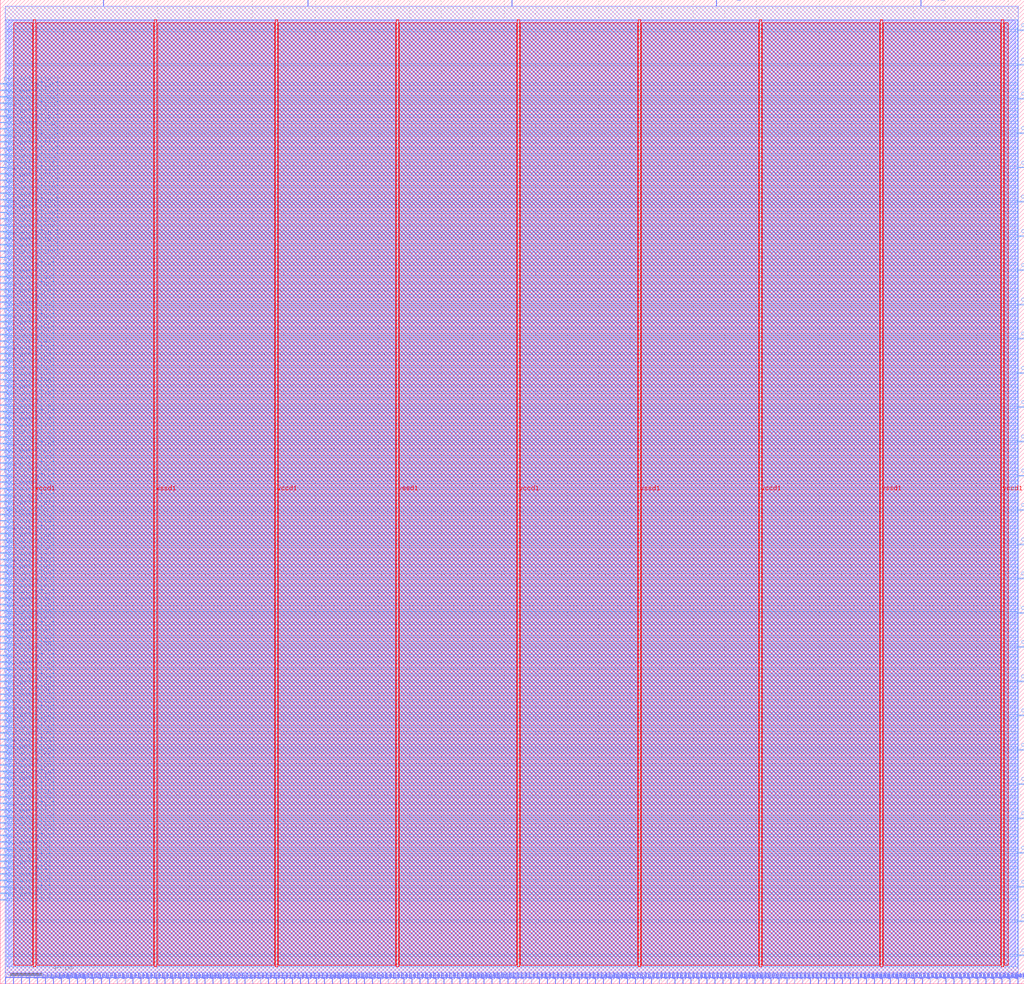
<source format=lef>
VERSION 5.7 ;
  NOWIREEXTENSIONATPIN ON ;
  DIVIDERCHAR "/" ;
  BUSBITCHARS "[]" ;
MACRO icache
  CLASS BLOCK ;
  FOREIGN icache ;
  ORIGIN 0.000 0.000 ;
  SIZE 650.000 BY 625.000 ;
  PIN cache_entry[0]
    DIRECTION OUTPUT TRISTATE ;
    USE SIGNAL ;
    ANTENNADIFFAREA 2.673000 ;
    PORT
      LAYER met2 ;
        RECT 3.310 0.000 3.590 4.000 ;
    END
  END cache_entry[0]
  PIN cache_entry[100]
    DIRECTION OUTPUT TRISTATE ;
    USE SIGNAL ;
    ANTENNADIFFAREA 2.673000 ;
    PORT
      LAYER met2 ;
        RECT 509.310 0.000 509.590 4.000 ;
    END
  END cache_entry[100]
  PIN cache_entry[101]
    DIRECTION OUTPUT TRISTATE ;
    USE SIGNAL ;
    ANTENNADIFFAREA 2.673000 ;
    PORT
      LAYER met2 ;
        RECT 514.370 0.000 514.650 4.000 ;
    END
  END cache_entry[101]
  PIN cache_entry[102]
    DIRECTION OUTPUT TRISTATE ;
    USE SIGNAL ;
    ANTENNADIFFAREA 2.673000 ;
    PORT
      LAYER met2 ;
        RECT 519.430 0.000 519.710 4.000 ;
    END
  END cache_entry[102]
  PIN cache_entry[103]
    DIRECTION OUTPUT TRISTATE ;
    USE SIGNAL ;
    ANTENNADIFFAREA 2.673000 ;
    PORT
      LAYER met2 ;
        RECT 524.490 0.000 524.770 4.000 ;
    END
  END cache_entry[103]
  PIN cache_entry[104]
    DIRECTION OUTPUT TRISTATE ;
    USE SIGNAL ;
    ANTENNADIFFAREA 2.673000 ;
    PORT
      LAYER met2 ;
        RECT 529.550 0.000 529.830 4.000 ;
    END
  END cache_entry[104]
  PIN cache_entry[105]
    DIRECTION OUTPUT TRISTATE ;
    USE SIGNAL ;
    ANTENNADIFFAREA 2.673000 ;
    PORT
      LAYER met2 ;
        RECT 534.610 0.000 534.890 4.000 ;
    END
  END cache_entry[105]
  PIN cache_entry[106]
    DIRECTION OUTPUT TRISTATE ;
    USE SIGNAL ;
    ANTENNADIFFAREA 2.673000 ;
    PORT
      LAYER met2 ;
        RECT 539.670 0.000 539.950 4.000 ;
    END
  END cache_entry[106]
  PIN cache_entry[107]
    DIRECTION OUTPUT TRISTATE ;
    USE SIGNAL ;
    ANTENNADIFFAREA 2.673000 ;
    PORT
      LAYER met2 ;
        RECT 544.730 0.000 545.010 4.000 ;
    END
  END cache_entry[107]
  PIN cache_entry[108]
    DIRECTION OUTPUT TRISTATE ;
    USE SIGNAL ;
    ANTENNADIFFAREA 2.673000 ;
    PORT
      LAYER met2 ;
        RECT 549.790 0.000 550.070 4.000 ;
    END
  END cache_entry[108]
  PIN cache_entry[109]
    DIRECTION OUTPUT TRISTATE ;
    USE SIGNAL ;
    ANTENNADIFFAREA 2.673000 ;
    PORT
      LAYER met2 ;
        RECT 554.850 0.000 555.130 4.000 ;
    END
  END cache_entry[109]
  PIN cache_entry[10]
    DIRECTION OUTPUT TRISTATE ;
    USE SIGNAL ;
    ANTENNADIFFAREA 2.673000 ;
    PORT
      LAYER met2 ;
        RECT 53.910 0.000 54.190 4.000 ;
    END
  END cache_entry[10]
  PIN cache_entry[110]
    DIRECTION OUTPUT TRISTATE ;
    USE SIGNAL ;
    ANTENNADIFFAREA 2.673000 ;
    PORT
      LAYER met2 ;
        RECT 559.910 0.000 560.190 4.000 ;
    END
  END cache_entry[110]
  PIN cache_entry[111]
    DIRECTION OUTPUT TRISTATE ;
    USE SIGNAL ;
    ANTENNADIFFAREA 2.673000 ;
    PORT
      LAYER met2 ;
        RECT 564.970 0.000 565.250 4.000 ;
    END
  END cache_entry[111]
  PIN cache_entry[112]
    DIRECTION OUTPUT TRISTATE ;
    USE SIGNAL ;
    ANTENNADIFFAREA 2.673000 ;
    PORT
      LAYER met2 ;
        RECT 570.030 0.000 570.310 4.000 ;
    END
  END cache_entry[112]
  PIN cache_entry[113]
    DIRECTION OUTPUT TRISTATE ;
    USE SIGNAL ;
    ANTENNADIFFAREA 2.673000 ;
    PORT
      LAYER met2 ;
        RECT 575.090 0.000 575.370 4.000 ;
    END
  END cache_entry[113]
  PIN cache_entry[114]
    DIRECTION OUTPUT TRISTATE ;
    USE SIGNAL ;
    ANTENNADIFFAREA 2.673000 ;
    PORT
      LAYER met2 ;
        RECT 580.150 0.000 580.430 4.000 ;
    END
  END cache_entry[114]
  PIN cache_entry[115]
    DIRECTION OUTPUT TRISTATE ;
    USE SIGNAL ;
    ANTENNADIFFAREA 2.673000 ;
    PORT
      LAYER met2 ;
        RECT 585.210 0.000 585.490 4.000 ;
    END
  END cache_entry[115]
  PIN cache_entry[116]
    DIRECTION OUTPUT TRISTATE ;
    USE SIGNAL ;
    ANTENNADIFFAREA 2.673000 ;
    PORT
      LAYER met2 ;
        RECT 590.270 0.000 590.550 4.000 ;
    END
  END cache_entry[116]
  PIN cache_entry[117]
    DIRECTION OUTPUT TRISTATE ;
    USE SIGNAL ;
    ANTENNADIFFAREA 2.673000 ;
    PORT
      LAYER met2 ;
        RECT 595.330 0.000 595.610 4.000 ;
    END
  END cache_entry[117]
  PIN cache_entry[118]
    DIRECTION OUTPUT TRISTATE ;
    USE SIGNAL ;
    ANTENNADIFFAREA 2.673000 ;
    PORT
      LAYER met2 ;
        RECT 600.390 0.000 600.670 4.000 ;
    END
  END cache_entry[118]
  PIN cache_entry[119]
    DIRECTION OUTPUT TRISTATE ;
    USE SIGNAL ;
    ANTENNADIFFAREA 2.673000 ;
    PORT
      LAYER met2 ;
        RECT 605.450 0.000 605.730 4.000 ;
    END
  END cache_entry[119]
  PIN cache_entry[11]
    DIRECTION OUTPUT TRISTATE ;
    USE SIGNAL ;
    ANTENNADIFFAREA 2.673000 ;
    PORT
      LAYER met2 ;
        RECT 58.970 0.000 59.250 4.000 ;
    END
  END cache_entry[11]
  PIN cache_entry[120]
    DIRECTION OUTPUT TRISTATE ;
    USE SIGNAL ;
    ANTENNADIFFAREA 2.673000 ;
    PORT
      LAYER met2 ;
        RECT 610.510 0.000 610.790 4.000 ;
    END
  END cache_entry[120]
  PIN cache_entry[121]
    DIRECTION OUTPUT TRISTATE ;
    USE SIGNAL ;
    ANTENNADIFFAREA 2.673000 ;
    PORT
      LAYER met2 ;
        RECT 615.570 0.000 615.850 4.000 ;
    END
  END cache_entry[121]
  PIN cache_entry[122]
    DIRECTION OUTPUT TRISTATE ;
    USE SIGNAL ;
    ANTENNADIFFAREA 2.673000 ;
    PORT
      LAYER met2 ;
        RECT 620.630 0.000 620.910 4.000 ;
    END
  END cache_entry[122]
  PIN cache_entry[123]
    DIRECTION OUTPUT TRISTATE ;
    USE SIGNAL ;
    ANTENNADIFFAREA 2.673000 ;
    PORT
      LAYER met2 ;
        RECT 625.690 0.000 625.970 4.000 ;
    END
  END cache_entry[123]
  PIN cache_entry[124]
    DIRECTION OUTPUT TRISTATE ;
    USE SIGNAL ;
    ANTENNADIFFAREA 2.673000 ;
    PORT
      LAYER met2 ;
        RECT 630.750 0.000 631.030 4.000 ;
    END
  END cache_entry[124]
  PIN cache_entry[125]
    DIRECTION OUTPUT TRISTATE ;
    USE SIGNAL ;
    ANTENNADIFFAREA 2.673000 ;
    PORT
      LAYER met2 ;
        RECT 635.810 0.000 636.090 4.000 ;
    END
  END cache_entry[125]
  PIN cache_entry[126]
    DIRECTION OUTPUT TRISTATE ;
    USE SIGNAL ;
    ANTENNADIFFAREA 2.673000 ;
    PORT
      LAYER met2 ;
        RECT 640.870 0.000 641.150 4.000 ;
    END
  END cache_entry[126]
  PIN cache_entry[127]
    DIRECTION OUTPUT TRISTATE ;
    USE SIGNAL ;
    ANTENNADIFFAREA 2.673000 ;
    PORT
      LAYER met2 ;
        RECT 645.930 0.000 646.210 4.000 ;
    END
  END cache_entry[127]
  PIN cache_entry[12]
    DIRECTION OUTPUT TRISTATE ;
    USE SIGNAL ;
    ANTENNADIFFAREA 2.673000 ;
    PORT
      LAYER met2 ;
        RECT 64.030 0.000 64.310 4.000 ;
    END
  END cache_entry[12]
  PIN cache_entry[13]
    DIRECTION OUTPUT TRISTATE ;
    USE SIGNAL ;
    ANTENNADIFFAREA 2.673000 ;
    PORT
      LAYER met2 ;
        RECT 69.090 0.000 69.370 4.000 ;
    END
  END cache_entry[13]
  PIN cache_entry[14]
    DIRECTION OUTPUT TRISTATE ;
    USE SIGNAL ;
    ANTENNADIFFAREA 2.673000 ;
    PORT
      LAYER met2 ;
        RECT 74.150 0.000 74.430 4.000 ;
    END
  END cache_entry[14]
  PIN cache_entry[15]
    DIRECTION OUTPUT TRISTATE ;
    USE SIGNAL ;
    ANTENNADIFFAREA 2.673000 ;
    PORT
      LAYER met2 ;
        RECT 79.210 0.000 79.490 4.000 ;
    END
  END cache_entry[15]
  PIN cache_entry[16]
    DIRECTION OUTPUT TRISTATE ;
    USE SIGNAL ;
    ANTENNADIFFAREA 2.673000 ;
    PORT
      LAYER met2 ;
        RECT 84.270 0.000 84.550 4.000 ;
    END
  END cache_entry[16]
  PIN cache_entry[17]
    DIRECTION OUTPUT TRISTATE ;
    USE SIGNAL ;
    ANTENNADIFFAREA 2.673000 ;
    PORT
      LAYER met2 ;
        RECT 89.330 0.000 89.610 4.000 ;
    END
  END cache_entry[17]
  PIN cache_entry[18]
    DIRECTION OUTPUT TRISTATE ;
    USE SIGNAL ;
    ANTENNADIFFAREA 2.673000 ;
    PORT
      LAYER met2 ;
        RECT 94.390 0.000 94.670 4.000 ;
    END
  END cache_entry[18]
  PIN cache_entry[19]
    DIRECTION OUTPUT TRISTATE ;
    USE SIGNAL ;
    ANTENNADIFFAREA 2.673000 ;
    PORT
      LAYER met2 ;
        RECT 99.450 0.000 99.730 4.000 ;
    END
  END cache_entry[19]
  PIN cache_entry[1]
    DIRECTION OUTPUT TRISTATE ;
    USE SIGNAL ;
    ANTENNADIFFAREA 2.673000 ;
    PORT
      LAYER met2 ;
        RECT 8.370 0.000 8.650 4.000 ;
    END
  END cache_entry[1]
  PIN cache_entry[20]
    DIRECTION OUTPUT TRISTATE ;
    USE SIGNAL ;
    ANTENNADIFFAREA 2.673000 ;
    PORT
      LAYER met2 ;
        RECT 104.510 0.000 104.790 4.000 ;
    END
  END cache_entry[20]
  PIN cache_entry[21]
    DIRECTION OUTPUT TRISTATE ;
    USE SIGNAL ;
    ANTENNADIFFAREA 2.673000 ;
    PORT
      LAYER met2 ;
        RECT 109.570 0.000 109.850 4.000 ;
    END
  END cache_entry[21]
  PIN cache_entry[22]
    DIRECTION OUTPUT TRISTATE ;
    USE SIGNAL ;
    ANTENNADIFFAREA 2.673000 ;
    PORT
      LAYER met2 ;
        RECT 114.630 0.000 114.910 4.000 ;
    END
  END cache_entry[22]
  PIN cache_entry[23]
    DIRECTION OUTPUT TRISTATE ;
    USE SIGNAL ;
    ANTENNADIFFAREA 2.673000 ;
    PORT
      LAYER met2 ;
        RECT 119.690 0.000 119.970 4.000 ;
    END
  END cache_entry[23]
  PIN cache_entry[24]
    DIRECTION OUTPUT TRISTATE ;
    USE SIGNAL ;
    ANTENNADIFFAREA 2.673000 ;
    PORT
      LAYER met2 ;
        RECT 124.750 0.000 125.030 4.000 ;
    END
  END cache_entry[24]
  PIN cache_entry[25]
    DIRECTION OUTPUT TRISTATE ;
    USE SIGNAL ;
    ANTENNADIFFAREA 2.673000 ;
    PORT
      LAYER met2 ;
        RECT 129.810 0.000 130.090 4.000 ;
    END
  END cache_entry[25]
  PIN cache_entry[26]
    DIRECTION OUTPUT TRISTATE ;
    USE SIGNAL ;
    ANTENNADIFFAREA 2.673000 ;
    PORT
      LAYER met2 ;
        RECT 134.870 0.000 135.150 4.000 ;
    END
  END cache_entry[26]
  PIN cache_entry[27]
    DIRECTION OUTPUT TRISTATE ;
    USE SIGNAL ;
    ANTENNADIFFAREA 2.673000 ;
    PORT
      LAYER met2 ;
        RECT 139.930 0.000 140.210 4.000 ;
    END
  END cache_entry[27]
  PIN cache_entry[28]
    DIRECTION OUTPUT TRISTATE ;
    USE SIGNAL ;
    ANTENNADIFFAREA 2.673000 ;
    PORT
      LAYER met2 ;
        RECT 144.990 0.000 145.270 4.000 ;
    END
  END cache_entry[28]
  PIN cache_entry[29]
    DIRECTION OUTPUT TRISTATE ;
    USE SIGNAL ;
    ANTENNADIFFAREA 2.673000 ;
    PORT
      LAYER met2 ;
        RECT 150.050 0.000 150.330 4.000 ;
    END
  END cache_entry[29]
  PIN cache_entry[2]
    DIRECTION OUTPUT TRISTATE ;
    USE SIGNAL ;
    ANTENNADIFFAREA 2.673000 ;
    PORT
      LAYER met2 ;
        RECT 13.430 0.000 13.710 4.000 ;
    END
  END cache_entry[2]
  PIN cache_entry[30]
    DIRECTION OUTPUT TRISTATE ;
    USE SIGNAL ;
    ANTENNADIFFAREA 2.673000 ;
    PORT
      LAYER met2 ;
        RECT 155.110 0.000 155.390 4.000 ;
    END
  END cache_entry[30]
  PIN cache_entry[31]
    DIRECTION OUTPUT TRISTATE ;
    USE SIGNAL ;
    ANTENNADIFFAREA 2.673000 ;
    PORT
      LAYER met2 ;
        RECT 160.170 0.000 160.450 4.000 ;
    END
  END cache_entry[31]
  PIN cache_entry[32]
    DIRECTION OUTPUT TRISTATE ;
    USE SIGNAL ;
    ANTENNADIFFAREA 2.673000 ;
    PORT
      LAYER met2 ;
        RECT 165.230 0.000 165.510 4.000 ;
    END
  END cache_entry[32]
  PIN cache_entry[33]
    DIRECTION OUTPUT TRISTATE ;
    USE SIGNAL ;
    ANTENNADIFFAREA 2.673000 ;
    PORT
      LAYER met2 ;
        RECT 170.290 0.000 170.570 4.000 ;
    END
  END cache_entry[33]
  PIN cache_entry[34]
    DIRECTION OUTPUT TRISTATE ;
    USE SIGNAL ;
    ANTENNADIFFAREA 2.673000 ;
    PORT
      LAYER met2 ;
        RECT 175.350 0.000 175.630 4.000 ;
    END
  END cache_entry[34]
  PIN cache_entry[35]
    DIRECTION OUTPUT TRISTATE ;
    USE SIGNAL ;
    ANTENNADIFFAREA 2.673000 ;
    PORT
      LAYER met2 ;
        RECT 180.410 0.000 180.690 4.000 ;
    END
  END cache_entry[35]
  PIN cache_entry[36]
    DIRECTION OUTPUT TRISTATE ;
    USE SIGNAL ;
    ANTENNADIFFAREA 2.673000 ;
    PORT
      LAYER met2 ;
        RECT 185.470 0.000 185.750 4.000 ;
    END
  END cache_entry[36]
  PIN cache_entry[37]
    DIRECTION OUTPUT TRISTATE ;
    USE SIGNAL ;
    ANTENNADIFFAREA 2.673000 ;
    PORT
      LAYER met2 ;
        RECT 190.530 0.000 190.810 4.000 ;
    END
  END cache_entry[37]
  PIN cache_entry[38]
    DIRECTION OUTPUT TRISTATE ;
    USE SIGNAL ;
    ANTENNADIFFAREA 2.673000 ;
    PORT
      LAYER met2 ;
        RECT 195.590 0.000 195.870 4.000 ;
    END
  END cache_entry[38]
  PIN cache_entry[39]
    DIRECTION OUTPUT TRISTATE ;
    USE SIGNAL ;
    ANTENNADIFFAREA 2.673000 ;
    PORT
      LAYER met2 ;
        RECT 200.650 0.000 200.930 4.000 ;
    END
  END cache_entry[39]
  PIN cache_entry[3]
    DIRECTION OUTPUT TRISTATE ;
    USE SIGNAL ;
    ANTENNADIFFAREA 2.673000 ;
    PORT
      LAYER met2 ;
        RECT 18.490 0.000 18.770 4.000 ;
    END
  END cache_entry[3]
  PIN cache_entry[40]
    DIRECTION OUTPUT TRISTATE ;
    USE SIGNAL ;
    ANTENNADIFFAREA 2.673000 ;
    PORT
      LAYER met2 ;
        RECT 205.710 0.000 205.990 4.000 ;
    END
  END cache_entry[40]
  PIN cache_entry[41]
    DIRECTION OUTPUT TRISTATE ;
    USE SIGNAL ;
    ANTENNADIFFAREA 2.673000 ;
    PORT
      LAYER met2 ;
        RECT 210.770 0.000 211.050 4.000 ;
    END
  END cache_entry[41]
  PIN cache_entry[42]
    DIRECTION OUTPUT TRISTATE ;
    USE SIGNAL ;
    ANTENNADIFFAREA 2.673000 ;
    PORT
      LAYER met2 ;
        RECT 215.830 0.000 216.110 4.000 ;
    END
  END cache_entry[42]
  PIN cache_entry[43]
    DIRECTION OUTPUT TRISTATE ;
    USE SIGNAL ;
    ANTENNADIFFAREA 2.673000 ;
    PORT
      LAYER met2 ;
        RECT 220.890 0.000 221.170 4.000 ;
    END
  END cache_entry[43]
  PIN cache_entry[44]
    DIRECTION OUTPUT TRISTATE ;
    USE SIGNAL ;
    ANTENNADIFFAREA 2.673000 ;
    PORT
      LAYER met2 ;
        RECT 225.950 0.000 226.230 4.000 ;
    END
  END cache_entry[44]
  PIN cache_entry[45]
    DIRECTION OUTPUT TRISTATE ;
    USE SIGNAL ;
    ANTENNADIFFAREA 2.673000 ;
    PORT
      LAYER met2 ;
        RECT 231.010 0.000 231.290 4.000 ;
    END
  END cache_entry[45]
  PIN cache_entry[46]
    DIRECTION OUTPUT TRISTATE ;
    USE SIGNAL ;
    ANTENNADIFFAREA 2.673000 ;
    PORT
      LAYER met2 ;
        RECT 236.070 0.000 236.350 4.000 ;
    END
  END cache_entry[46]
  PIN cache_entry[47]
    DIRECTION OUTPUT TRISTATE ;
    USE SIGNAL ;
    ANTENNADIFFAREA 2.673000 ;
    PORT
      LAYER met2 ;
        RECT 241.130 0.000 241.410 4.000 ;
    END
  END cache_entry[47]
  PIN cache_entry[48]
    DIRECTION OUTPUT TRISTATE ;
    USE SIGNAL ;
    ANTENNADIFFAREA 2.673000 ;
    PORT
      LAYER met2 ;
        RECT 246.190 0.000 246.470 4.000 ;
    END
  END cache_entry[48]
  PIN cache_entry[49]
    DIRECTION OUTPUT TRISTATE ;
    USE SIGNAL ;
    ANTENNADIFFAREA 2.673000 ;
    PORT
      LAYER met2 ;
        RECT 251.250 0.000 251.530 4.000 ;
    END
  END cache_entry[49]
  PIN cache_entry[4]
    DIRECTION OUTPUT TRISTATE ;
    USE SIGNAL ;
    ANTENNADIFFAREA 2.673000 ;
    PORT
      LAYER met2 ;
        RECT 23.550 0.000 23.830 4.000 ;
    END
  END cache_entry[4]
  PIN cache_entry[50]
    DIRECTION OUTPUT TRISTATE ;
    USE SIGNAL ;
    ANTENNADIFFAREA 2.673000 ;
    PORT
      LAYER met2 ;
        RECT 256.310 0.000 256.590 4.000 ;
    END
  END cache_entry[50]
  PIN cache_entry[51]
    DIRECTION OUTPUT TRISTATE ;
    USE SIGNAL ;
    ANTENNADIFFAREA 2.673000 ;
    PORT
      LAYER met2 ;
        RECT 261.370 0.000 261.650 4.000 ;
    END
  END cache_entry[51]
  PIN cache_entry[52]
    DIRECTION OUTPUT TRISTATE ;
    USE SIGNAL ;
    ANTENNADIFFAREA 2.673000 ;
    PORT
      LAYER met2 ;
        RECT 266.430 0.000 266.710 4.000 ;
    END
  END cache_entry[52]
  PIN cache_entry[53]
    DIRECTION OUTPUT TRISTATE ;
    USE SIGNAL ;
    ANTENNADIFFAREA 2.673000 ;
    PORT
      LAYER met2 ;
        RECT 271.490 0.000 271.770 4.000 ;
    END
  END cache_entry[53]
  PIN cache_entry[54]
    DIRECTION OUTPUT TRISTATE ;
    USE SIGNAL ;
    ANTENNADIFFAREA 2.673000 ;
    PORT
      LAYER met2 ;
        RECT 276.550 0.000 276.830 4.000 ;
    END
  END cache_entry[54]
  PIN cache_entry[55]
    DIRECTION OUTPUT TRISTATE ;
    USE SIGNAL ;
    ANTENNADIFFAREA 2.673000 ;
    PORT
      LAYER met2 ;
        RECT 281.610 0.000 281.890 4.000 ;
    END
  END cache_entry[55]
  PIN cache_entry[56]
    DIRECTION OUTPUT TRISTATE ;
    USE SIGNAL ;
    ANTENNADIFFAREA 2.673000 ;
    PORT
      LAYER met2 ;
        RECT 286.670 0.000 286.950 4.000 ;
    END
  END cache_entry[56]
  PIN cache_entry[57]
    DIRECTION OUTPUT TRISTATE ;
    USE SIGNAL ;
    ANTENNADIFFAREA 2.673000 ;
    PORT
      LAYER met2 ;
        RECT 291.730 0.000 292.010 4.000 ;
    END
  END cache_entry[57]
  PIN cache_entry[58]
    DIRECTION OUTPUT TRISTATE ;
    USE SIGNAL ;
    ANTENNADIFFAREA 2.673000 ;
    PORT
      LAYER met2 ;
        RECT 296.790 0.000 297.070 4.000 ;
    END
  END cache_entry[58]
  PIN cache_entry[59]
    DIRECTION OUTPUT TRISTATE ;
    USE SIGNAL ;
    ANTENNADIFFAREA 2.673000 ;
    PORT
      LAYER met2 ;
        RECT 301.850 0.000 302.130 4.000 ;
    END
  END cache_entry[59]
  PIN cache_entry[5]
    DIRECTION OUTPUT TRISTATE ;
    USE SIGNAL ;
    ANTENNADIFFAREA 2.673000 ;
    PORT
      LAYER met2 ;
        RECT 28.610 0.000 28.890 4.000 ;
    END
  END cache_entry[5]
  PIN cache_entry[60]
    DIRECTION OUTPUT TRISTATE ;
    USE SIGNAL ;
    ANTENNADIFFAREA 2.673000 ;
    PORT
      LAYER met2 ;
        RECT 306.910 0.000 307.190 4.000 ;
    END
  END cache_entry[60]
  PIN cache_entry[61]
    DIRECTION OUTPUT TRISTATE ;
    USE SIGNAL ;
    ANTENNADIFFAREA 2.673000 ;
    PORT
      LAYER met2 ;
        RECT 311.970 0.000 312.250 4.000 ;
    END
  END cache_entry[61]
  PIN cache_entry[62]
    DIRECTION OUTPUT TRISTATE ;
    USE SIGNAL ;
    ANTENNADIFFAREA 2.673000 ;
    PORT
      LAYER met2 ;
        RECT 317.030 0.000 317.310 4.000 ;
    END
  END cache_entry[62]
  PIN cache_entry[63]
    DIRECTION OUTPUT TRISTATE ;
    USE SIGNAL ;
    ANTENNADIFFAREA 2.673000 ;
    PORT
      LAYER met2 ;
        RECT 322.090 0.000 322.370 4.000 ;
    END
  END cache_entry[63]
  PIN cache_entry[64]
    DIRECTION OUTPUT TRISTATE ;
    USE SIGNAL ;
    ANTENNADIFFAREA 2.673000 ;
    PORT
      LAYER met2 ;
        RECT 327.150 0.000 327.430 4.000 ;
    END
  END cache_entry[64]
  PIN cache_entry[65]
    DIRECTION OUTPUT TRISTATE ;
    USE SIGNAL ;
    ANTENNADIFFAREA 2.673000 ;
    PORT
      LAYER met2 ;
        RECT 332.210 0.000 332.490 4.000 ;
    END
  END cache_entry[65]
  PIN cache_entry[66]
    DIRECTION OUTPUT TRISTATE ;
    USE SIGNAL ;
    ANTENNADIFFAREA 2.673000 ;
    PORT
      LAYER met2 ;
        RECT 337.270 0.000 337.550 4.000 ;
    END
  END cache_entry[66]
  PIN cache_entry[67]
    DIRECTION OUTPUT TRISTATE ;
    USE SIGNAL ;
    ANTENNADIFFAREA 2.673000 ;
    PORT
      LAYER met2 ;
        RECT 342.330 0.000 342.610 4.000 ;
    END
  END cache_entry[67]
  PIN cache_entry[68]
    DIRECTION OUTPUT TRISTATE ;
    USE SIGNAL ;
    ANTENNADIFFAREA 2.673000 ;
    PORT
      LAYER met2 ;
        RECT 347.390 0.000 347.670 4.000 ;
    END
  END cache_entry[68]
  PIN cache_entry[69]
    DIRECTION OUTPUT TRISTATE ;
    USE SIGNAL ;
    ANTENNADIFFAREA 2.673000 ;
    PORT
      LAYER met2 ;
        RECT 352.450 0.000 352.730 4.000 ;
    END
  END cache_entry[69]
  PIN cache_entry[6]
    DIRECTION OUTPUT TRISTATE ;
    USE SIGNAL ;
    ANTENNADIFFAREA 2.673000 ;
    PORT
      LAYER met2 ;
        RECT 33.670 0.000 33.950 4.000 ;
    END
  END cache_entry[6]
  PIN cache_entry[70]
    DIRECTION OUTPUT TRISTATE ;
    USE SIGNAL ;
    ANTENNADIFFAREA 2.673000 ;
    PORT
      LAYER met2 ;
        RECT 357.510 0.000 357.790 4.000 ;
    END
  END cache_entry[70]
  PIN cache_entry[71]
    DIRECTION OUTPUT TRISTATE ;
    USE SIGNAL ;
    ANTENNADIFFAREA 2.673000 ;
    PORT
      LAYER met2 ;
        RECT 362.570 0.000 362.850 4.000 ;
    END
  END cache_entry[71]
  PIN cache_entry[72]
    DIRECTION OUTPUT TRISTATE ;
    USE SIGNAL ;
    ANTENNADIFFAREA 2.673000 ;
    PORT
      LAYER met2 ;
        RECT 367.630 0.000 367.910 4.000 ;
    END
  END cache_entry[72]
  PIN cache_entry[73]
    DIRECTION OUTPUT TRISTATE ;
    USE SIGNAL ;
    ANTENNADIFFAREA 2.673000 ;
    PORT
      LAYER met2 ;
        RECT 372.690 0.000 372.970 4.000 ;
    END
  END cache_entry[73]
  PIN cache_entry[74]
    DIRECTION OUTPUT TRISTATE ;
    USE SIGNAL ;
    ANTENNADIFFAREA 2.673000 ;
    PORT
      LAYER met2 ;
        RECT 377.750 0.000 378.030 4.000 ;
    END
  END cache_entry[74]
  PIN cache_entry[75]
    DIRECTION OUTPUT TRISTATE ;
    USE SIGNAL ;
    ANTENNADIFFAREA 2.673000 ;
    PORT
      LAYER met2 ;
        RECT 382.810 0.000 383.090 4.000 ;
    END
  END cache_entry[75]
  PIN cache_entry[76]
    DIRECTION OUTPUT TRISTATE ;
    USE SIGNAL ;
    ANTENNADIFFAREA 2.673000 ;
    PORT
      LAYER met2 ;
        RECT 387.870 0.000 388.150 4.000 ;
    END
  END cache_entry[76]
  PIN cache_entry[77]
    DIRECTION OUTPUT TRISTATE ;
    USE SIGNAL ;
    ANTENNADIFFAREA 2.673000 ;
    PORT
      LAYER met2 ;
        RECT 392.930 0.000 393.210 4.000 ;
    END
  END cache_entry[77]
  PIN cache_entry[78]
    DIRECTION OUTPUT TRISTATE ;
    USE SIGNAL ;
    ANTENNADIFFAREA 2.673000 ;
    PORT
      LAYER met2 ;
        RECT 397.990 0.000 398.270 4.000 ;
    END
  END cache_entry[78]
  PIN cache_entry[79]
    DIRECTION OUTPUT TRISTATE ;
    USE SIGNAL ;
    ANTENNADIFFAREA 2.673000 ;
    PORT
      LAYER met2 ;
        RECT 403.050 0.000 403.330 4.000 ;
    END
  END cache_entry[79]
  PIN cache_entry[7]
    DIRECTION OUTPUT TRISTATE ;
    USE SIGNAL ;
    ANTENNADIFFAREA 2.673000 ;
    PORT
      LAYER met2 ;
        RECT 38.730 0.000 39.010 4.000 ;
    END
  END cache_entry[7]
  PIN cache_entry[80]
    DIRECTION OUTPUT TRISTATE ;
    USE SIGNAL ;
    ANTENNADIFFAREA 2.673000 ;
    PORT
      LAYER met2 ;
        RECT 408.110 0.000 408.390 4.000 ;
    END
  END cache_entry[80]
  PIN cache_entry[81]
    DIRECTION OUTPUT TRISTATE ;
    USE SIGNAL ;
    ANTENNADIFFAREA 2.673000 ;
    PORT
      LAYER met2 ;
        RECT 413.170 0.000 413.450 4.000 ;
    END
  END cache_entry[81]
  PIN cache_entry[82]
    DIRECTION OUTPUT TRISTATE ;
    USE SIGNAL ;
    ANTENNADIFFAREA 2.673000 ;
    PORT
      LAYER met2 ;
        RECT 418.230 0.000 418.510 4.000 ;
    END
  END cache_entry[82]
  PIN cache_entry[83]
    DIRECTION OUTPUT TRISTATE ;
    USE SIGNAL ;
    ANTENNADIFFAREA 2.673000 ;
    PORT
      LAYER met2 ;
        RECT 423.290 0.000 423.570 4.000 ;
    END
  END cache_entry[83]
  PIN cache_entry[84]
    DIRECTION OUTPUT TRISTATE ;
    USE SIGNAL ;
    ANTENNADIFFAREA 2.673000 ;
    PORT
      LAYER met2 ;
        RECT 428.350 0.000 428.630 4.000 ;
    END
  END cache_entry[84]
  PIN cache_entry[85]
    DIRECTION OUTPUT TRISTATE ;
    USE SIGNAL ;
    ANTENNADIFFAREA 2.673000 ;
    PORT
      LAYER met2 ;
        RECT 433.410 0.000 433.690 4.000 ;
    END
  END cache_entry[85]
  PIN cache_entry[86]
    DIRECTION OUTPUT TRISTATE ;
    USE SIGNAL ;
    ANTENNADIFFAREA 2.673000 ;
    PORT
      LAYER met2 ;
        RECT 438.470 0.000 438.750 4.000 ;
    END
  END cache_entry[86]
  PIN cache_entry[87]
    DIRECTION OUTPUT TRISTATE ;
    USE SIGNAL ;
    ANTENNADIFFAREA 2.673000 ;
    PORT
      LAYER met2 ;
        RECT 443.530 0.000 443.810 4.000 ;
    END
  END cache_entry[87]
  PIN cache_entry[88]
    DIRECTION OUTPUT TRISTATE ;
    USE SIGNAL ;
    ANTENNADIFFAREA 2.673000 ;
    PORT
      LAYER met2 ;
        RECT 448.590 0.000 448.870 4.000 ;
    END
  END cache_entry[88]
  PIN cache_entry[89]
    DIRECTION OUTPUT TRISTATE ;
    USE SIGNAL ;
    ANTENNADIFFAREA 2.673000 ;
    PORT
      LAYER met2 ;
        RECT 453.650 0.000 453.930 4.000 ;
    END
  END cache_entry[89]
  PIN cache_entry[8]
    DIRECTION OUTPUT TRISTATE ;
    USE SIGNAL ;
    ANTENNADIFFAREA 2.673000 ;
    PORT
      LAYER met2 ;
        RECT 43.790 0.000 44.070 4.000 ;
    END
  END cache_entry[8]
  PIN cache_entry[90]
    DIRECTION OUTPUT TRISTATE ;
    USE SIGNAL ;
    ANTENNADIFFAREA 2.673000 ;
    PORT
      LAYER met2 ;
        RECT 458.710 0.000 458.990 4.000 ;
    END
  END cache_entry[90]
  PIN cache_entry[91]
    DIRECTION OUTPUT TRISTATE ;
    USE SIGNAL ;
    ANTENNADIFFAREA 2.673000 ;
    PORT
      LAYER met2 ;
        RECT 463.770 0.000 464.050 4.000 ;
    END
  END cache_entry[91]
  PIN cache_entry[92]
    DIRECTION OUTPUT TRISTATE ;
    USE SIGNAL ;
    ANTENNADIFFAREA 2.673000 ;
    PORT
      LAYER met2 ;
        RECT 468.830 0.000 469.110 4.000 ;
    END
  END cache_entry[92]
  PIN cache_entry[93]
    DIRECTION OUTPUT TRISTATE ;
    USE SIGNAL ;
    ANTENNADIFFAREA 2.673000 ;
    PORT
      LAYER met2 ;
        RECT 473.890 0.000 474.170 4.000 ;
    END
  END cache_entry[93]
  PIN cache_entry[94]
    DIRECTION OUTPUT TRISTATE ;
    USE SIGNAL ;
    ANTENNADIFFAREA 2.673000 ;
    PORT
      LAYER met2 ;
        RECT 478.950 0.000 479.230 4.000 ;
    END
  END cache_entry[94]
  PIN cache_entry[95]
    DIRECTION OUTPUT TRISTATE ;
    USE SIGNAL ;
    ANTENNADIFFAREA 2.673000 ;
    PORT
      LAYER met2 ;
        RECT 484.010 0.000 484.290 4.000 ;
    END
  END cache_entry[95]
  PIN cache_entry[96]
    DIRECTION OUTPUT TRISTATE ;
    USE SIGNAL ;
    ANTENNADIFFAREA 2.673000 ;
    PORT
      LAYER met2 ;
        RECT 489.070 0.000 489.350 4.000 ;
    END
  END cache_entry[96]
  PIN cache_entry[97]
    DIRECTION OUTPUT TRISTATE ;
    USE SIGNAL ;
    ANTENNADIFFAREA 2.673000 ;
    PORT
      LAYER met2 ;
        RECT 494.130 0.000 494.410 4.000 ;
    END
  END cache_entry[97]
  PIN cache_entry[98]
    DIRECTION OUTPUT TRISTATE ;
    USE SIGNAL ;
    ANTENNADIFFAREA 2.673000 ;
    PORT
      LAYER met2 ;
        RECT 499.190 0.000 499.470 4.000 ;
    END
  END cache_entry[98]
  PIN cache_entry[99]
    DIRECTION OUTPUT TRISTATE ;
    USE SIGNAL ;
    ANTENNADIFFAREA 2.673000 ;
    PORT
      LAYER met2 ;
        RECT 504.250 0.000 504.530 4.000 ;
    END
  END cache_entry[99]
  PIN cache_entry[9]
    DIRECTION OUTPUT TRISTATE ;
    USE SIGNAL ;
    ANTENNADIFFAREA 2.673000 ;
    PORT
      LAYER met2 ;
        RECT 48.850 0.000 49.130 4.000 ;
    END
  END cache_entry[9]
  PIN cache_hit
    DIRECTION OUTPUT TRISTATE ;
    USE SIGNAL ;
    ANTENNADIFFAREA 2.673000 ;
    PORT
      LAYER met2 ;
        RECT 454.570 621.000 454.850 625.000 ;
    END
  END cache_hit
  PIN clk
    DIRECTION INPUT ;
    USE SIGNAL ;
    ANTENNAGATEAREA 0.196500 ;
    PORT
      LAYER met2 ;
        RECT 65.410 621.000 65.690 625.000 ;
    END
  END clk
  PIN curr_PC[0]
    DIRECTION INPUT ;
    USE SIGNAL ;
    ANTENNAGATEAREA 0.247500 ;
    PORT
      LAYER met3 ;
        RECT 646.000 17.720 650.000 18.320 ;
    END
  END curr_PC[0]
  PIN curr_PC[10]
    DIRECTION INPUT ;
    USE SIGNAL ;
    ANTENNAGATEAREA 0.247500 ;
    PORT
      LAYER met3 ;
        RECT 646.000 235.320 650.000 235.920 ;
    END
  END curr_PC[10]
  PIN curr_PC[11]
    DIRECTION INPUT ;
    USE SIGNAL ;
    ANTENNAGATEAREA 0.196500 ;
    PORT
      LAYER met3 ;
        RECT 646.000 257.080 650.000 257.680 ;
    END
  END curr_PC[11]
  PIN curr_PC[12]
    DIRECTION INPUT ;
    USE SIGNAL ;
    ANTENNAGATEAREA 0.196500 ;
    PORT
      LAYER met3 ;
        RECT 646.000 278.840 650.000 279.440 ;
    END
  END curr_PC[12]
  PIN curr_PC[13]
    DIRECTION INPUT ;
    USE SIGNAL ;
    ANTENNAGATEAREA 0.213000 ;
    PORT
      LAYER met3 ;
        RECT 646.000 300.600 650.000 301.200 ;
    END
  END curr_PC[13]
  PIN curr_PC[14]
    DIRECTION INPUT ;
    USE SIGNAL ;
    ANTENNAGATEAREA 0.213000 ;
    PORT
      LAYER met3 ;
        RECT 646.000 322.360 650.000 322.960 ;
    END
  END curr_PC[14]
  PIN curr_PC[15]
    DIRECTION INPUT ;
    USE SIGNAL ;
    ANTENNAGATEAREA 0.196500 ;
    PORT
      LAYER met3 ;
        RECT 646.000 344.120 650.000 344.720 ;
    END
  END curr_PC[15]
  PIN curr_PC[16]
    DIRECTION INPUT ;
    USE SIGNAL ;
    ANTENNAGATEAREA 0.196500 ;
    PORT
      LAYER met3 ;
        RECT 646.000 365.880 650.000 366.480 ;
    END
  END curr_PC[16]
  PIN curr_PC[17]
    DIRECTION INPUT ;
    USE SIGNAL ;
    ANTENNAGATEAREA 0.247500 ;
    PORT
      LAYER met3 ;
        RECT 646.000 387.640 650.000 388.240 ;
    END
  END curr_PC[17]
  PIN curr_PC[18]
    DIRECTION INPUT ;
    USE SIGNAL ;
    ANTENNAGATEAREA 0.196500 ;
    PORT
      LAYER met3 ;
        RECT 646.000 409.400 650.000 410.000 ;
    END
  END curr_PC[18]
  PIN curr_PC[19]
    DIRECTION INPUT ;
    USE SIGNAL ;
    ANTENNAGATEAREA 0.213000 ;
    PORT
      LAYER met3 ;
        RECT 646.000 431.160 650.000 431.760 ;
    END
  END curr_PC[19]
  PIN curr_PC[1]
    DIRECTION INPUT ;
    USE SIGNAL ;
    ANTENNAGATEAREA 0.213000 ;
    PORT
      LAYER met3 ;
        RECT 646.000 39.480 650.000 40.080 ;
    END
  END curr_PC[1]
  PIN curr_PC[20]
    DIRECTION INPUT ;
    USE SIGNAL ;
    ANTENNAGATEAREA 0.159000 ;
    PORT
      LAYER met3 ;
        RECT 646.000 452.920 650.000 453.520 ;
    END
  END curr_PC[20]
  PIN curr_PC[21]
    DIRECTION INPUT ;
    USE SIGNAL ;
    ANTENNAGATEAREA 0.426000 ;
    PORT
      LAYER met3 ;
        RECT 646.000 474.680 650.000 475.280 ;
    END
  END curr_PC[21]
  PIN curr_PC[22]
    DIRECTION INPUT ;
    USE SIGNAL ;
    ANTENNAGATEAREA 0.213000 ;
    PORT
      LAYER met3 ;
        RECT 646.000 496.440 650.000 497.040 ;
    END
  END curr_PC[22]
  PIN curr_PC[23]
    DIRECTION INPUT ;
    USE SIGNAL ;
    ANTENNAGATEAREA 0.196500 ;
    PORT
      LAYER met3 ;
        RECT 646.000 518.200 650.000 518.800 ;
    END
  END curr_PC[23]
  PIN curr_PC[24]
    DIRECTION INPUT ;
    USE SIGNAL ;
    ANTENNAGATEAREA 0.247500 ;
    PORT
      LAYER met3 ;
        RECT 646.000 539.960 650.000 540.560 ;
    END
  END curr_PC[24]
  PIN curr_PC[25]
    DIRECTION INPUT ;
    USE SIGNAL ;
    ANTENNAGATEAREA 0.426000 ;
    PORT
      LAYER met3 ;
        RECT 646.000 561.720 650.000 562.320 ;
    END
  END curr_PC[25]
  PIN curr_PC[26]
    DIRECTION INPUT ;
    USE SIGNAL ;
    ANTENNAGATEAREA 0.247500 ;
    PORT
      LAYER met3 ;
        RECT 646.000 583.480 650.000 584.080 ;
    END
  END curr_PC[26]
  PIN curr_PC[27]
    DIRECTION INPUT ;
    USE SIGNAL ;
    ANTENNAGATEAREA 0.247500 ;
    PORT
      LAYER met3 ;
        RECT 646.000 605.240 650.000 605.840 ;
    END
  END curr_PC[27]
  PIN curr_PC[2]
    DIRECTION INPUT ;
    USE SIGNAL ;
    ANTENNAGATEAREA 0.213000 ;
    PORT
      LAYER met3 ;
        RECT 646.000 61.240 650.000 61.840 ;
    END
  END curr_PC[2]
  PIN curr_PC[3]
    DIRECTION INPUT ;
    USE SIGNAL ;
    ANTENNAGATEAREA 0.213000 ;
    PORT
      LAYER met3 ;
        RECT 646.000 83.000 650.000 83.600 ;
    END
  END curr_PC[3]
  PIN curr_PC[4]
    DIRECTION INPUT ;
    USE SIGNAL ;
    ANTENNAGATEAREA 0.426000 ;
    PORT
      LAYER met3 ;
        RECT 646.000 104.760 650.000 105.360 ;
    END
  END curr_PC[4]
  PIN curr_PC[5]
    DIRECTION INPUT ;
    USE SIGNAL ;
    ANTENNAGATEAREA 0.247500 ;
    PORT
      LAYER met3 ;
        RECT 646.000 126.520 650.000 127.120 ;
    END
  END curr_PC[5]
  PIN curr_PC[6]
    DIRECTION INPUT ;
    USE SIGNAL ;
    ANTENNAGATEAREA 0.196500 ;
    PORT
      LAYER met3 ;
        RECT 646.000 148.280 650.000 148.880 ;
    END
  END curr_PC[6]
  PIN curr_PC[7]
    DIRECTION INPUT ;
    USE SIGNAL ;
    ANTENNAGATEAREA 0.426000 ;
    PORT
      LAYER met3 ;
        RECT 646.000 170.040 650.000 170.640 ;
    END
  END curr_PC[7]
  PIN curr_PC[8]
    DIRECTION INPUT ;
    USE SIGNAL ;
    ANTENNAGATEAREA 0.247500 ;
    PORT
      LAYER met3 ;
        RECT 646.000 191.800 650.000 192.400 ;
    END
  END curr_PC[8]
  PIN curr_PC[9]
    DIRECTION INPUT ;
    USE SIGNAL ;
    ANTENNAGATEAREA 0.426000 ;
    PORT
      LAYER met3 ;
        RECT 646.000 213.560 650.000 214.160 ;
    END
  END curr_PC[9]
  PIN entry_valid
    DIRECTION INPUT ;
    USE SIGNAL ;
    ANTENNAGATEAREA 0.213000 ;
    PORT
      LAYER met2 ;
        RECT 584.290 621.000 584.570 625.000 ;
    END
  END entry_valid
  PIN invalidate
    DIRECTION INPUT ;
    USE SIGNAL ;
    ANTENNAGATEAREA 0.159000 ;
    PORT
      LAYER met2 ;
        RECT 324.850 621.000 325.130 625.000 ;
    END
  END invalidate
  PIN new_entry[0]
    DIRECTION INPUT ;
    USE SIGNAL ;
    ANTENNAGATEAREA 0.213000 ;
    PORT
      LAYER met3 ;
        RECT 0.000 53.080 4.000 53.680 ;
    END
  END new_entry[0]
  PIN new_entry[100]
    DIRECTION INPUT ;
    USE SIGNAL ;
    ANTENNAGATEAREA 0.426000 ;
    PORT
      LAYER met3 ;
        RECT 0.000 461.080 4.000 461.680 ;
    END
  END new_entry[100]
  PIN new_entry[101]
    DIRECTION INPUT ;
    USE SIGNAL ;
    ANTENNAGATEAREA 0.426000 ;
    PORT
      LAYER met3 ;
        RECT 0.000 465.160 4.000 465.760 ;
    END
  END new_entry[101]
  PIN new_entry[102]
    DIRECTION INPUT ;
    USE SIGNAL ;
    ANTENNAGATEAREA 0.213000 ;
    PORT
      LAYER met3 ;
        RECT 0.000 469.240 4.000 469.840 ;
    END
  END new_entry[102]
  PIN new_entry[103]
    DIRECTION INPUT ;
    USE SIGNAL ;
    ANTENNAGATEAREA 0.213000 ;
    PORT
      LAYER met3 ;
        RECT 0.000 473.320 4.000 473.920 ;
    END
  END new_entry[103]
  PIN new_entry[104]
    DIRECTION INPUT ;
    USE SIGNAL ;
    ANTENNAGATEAREA 0.426000 ;
    PORT
      LAYER met3 ;
        RECT 0.000 477.400 4.000 478.000 ;
    END
  END new_entry[104]
  PIN new_entry[105]
    DIRECTION INPUT ;
    USE SIGNAL ;
    ANTENNAGATEAREA 0.426000 ;
    PORT
      LAYER met3 ;
        RECT 0.000 481.480 4.000 482.080 ;
    END
  END new_entry[105]
  PIN new_entry[106]
    DIRECTION INPUT ;
    USE SIGNAL ;
    ANTENNAGATEAREA 0.426000 ;
    PORT
      LAYER met3 ;
        RECT 0.000 485.560 4.000 486.160 ;
    END
  END new_entry[106]
  PIN new_entry[107]
    DIRECTION INPUT ;
    USE SIGNAL ;
    ANTENNAGATEAREA 0.159000 ;
    PORT
      LAYER met3 ;
        RECT 0.000 489.640 4.000 490.240 ;
    END
  END new_entry[107]
  PIN new_entry[108]
    DIRECTION INPUT ;
    USE SIGNAL ;
    ANTENNAGATEAREA 0.196500 ;
    PORT
      LAYER met3 ;
        RECT 0.000 493.720 4.000 494.320 ;
    END
  END new_entry[108]
  PIN new_entry[109]
    DIRECTION INPUT ;
    USE SIGNAL ;
    ANTENNAGATEAREA 0.159000 ;
    PORT
      LAYER met3 ;
        RECT 0.000 497.800 4.000 498.400 ;
    END
  END new_entry[109]
  PIN new_entry[10]
    DIRECTION INPUT ;
    USE SIGNAL ;
    ANTENNAGATEAREA 0.213000 ;
    PORT
      LAYER met3 ;
        RECT 0.000 93.880 4.000 94.480 ;
    END
  END new_entry[10]
  PIN new_entry[110]
    DIRECTION INPUT ;
    USE SIGNAL ;
    ANTENNAGATEAREA 0.426000 ;
    PORT
      LAYER met3 ;
        RECT 0.000 501.880 4.000 502.480 ;
    END
  END new_entry[110]
  PIN new_entry[111]
    DIRECTION INPUT ;
    USE SIGNAL ;
    ANTENNAGATEAREA 0.159000 ;
    PORT
      LAYER met3 ;
        RECT 0.000 505.960 4.000 506.560 ;
    END
  END new_entry[111]
  PIN new_entry[112]
    DIRECTION INPUT ;
    USE SIGNAL ;
    ANTENNAGATEAREA 0.159000 ;
    PORT
      LAYER met3 ;
        RECT 0.000 510.040 4.000 510.640 ;
    END
  END new_entry[112]
  PIN new_entry[113]
    DIRECTION INPUT ;
    USE SIGNAL ;
    ANTENNAGATEAREA 0.196500 ;
    PORT
      LAYER met3 ;
        RECT 0.000 514.120 4.000 514.720 ;
    END
  END new_entry[113]
  PIN new_entry[114]
    DIRECTION INPUT ;
    USE SIGNAL ;
    ANTENNAGATEAREA 0.213000 ;
    PORT
      LAYER met3 ;
        RECT 0.000 518.200 4.000 518.800 ;
    END
  END new_entry[114]
  PIN new_entry[115]
    DIRECTION INPUT ;
    USE SIGNAL ;
    ANTENNAGATEAREA 0.159000 ;
    PORT
      LAYER met3 ;
        RECT 0.000 522.280 4.000 522.880 ;
    END
  END new_entry[115]
  PIN new_entry[116]
    DIRECTION INPUT ;
    USE SIGNAL ;
    ANTENNAGATEAREA 0.213000 ;
    PORT
      LAYER met3 ;
        RECT 0.000 526.360 4.000 526.960 ;
    END
  END new_entry[116]
  PIN new_entry[117]
    DIRECTION INPUT ;
    USE SIGNAL ;
    ANTENNAGATEAREA 0.213000 ;
    PORT
      LAYER met3 ;
        RECT 0.000 530.440 4.000 531.040 ;
    END
  END new_entry[117]
  PIN new_entry[118]
    DIRECTION INPUT ;
    USE SIGNAL ;
    ANTENNAGATEAREA 0.159000 ;
    PORT
      LAYER met3 ;
        RECT 0.000 534.520 4.000 535.120 ;
    END
  END new_entry[118]
  PIN new_entry[119]
    DIRECTION INPUT ;
    USE SIGNAL ;
    ANTENNAGATEAREA 0.159000 ;
    PORT
      LAYER met3 ;
        RECT 0.000 538.600 4.000 539.200 ;
    END
  END new_entry[119]
  PIN new_entry[11]
    DIRECTION INPUT ;
    USE SIGNAL ;
    ANTENNAGATEAREA 0.126000 ;
    PORT
      LAYER met3 ;
        RECT 0.000 97.960 4.000 98.560 ;
    END
  END new_entry[11]
  PIN new_entry[120]
    DIRECTION INPUT ;
    USE SIGNAL ;
    ANTENNAGATEAREA 0.213000 ;
    PORT
      LAYER met3 ;
        RECT 0.000 542.680 4.000 543.280 ;
    END
  END new_entry[120]
  PIN new_entry[121]
    DIRECTION INPUT ;
    USE SIGNAL ;
    ANTENNAGATEAREA 0.213000 ;
    PORT
      LAYER met3 ;
        RECT 0.000 546.760 4.000 547.360 ;
    END
  END new_entry[121]
  PIN new_entry[122]
    DIRECTION INPUT ;
    USE SIGNAL ;
    ANTENNAGATEAREA 0.196500 ;
    PORT
      LAYER met3 ;
        RECT 0.000 550.840 4.000 551.440 ;
    END
  END new_entry[122]
  PIN new_entry[123]
    DIRECTION INPUT ;
    USE SIGNAL ;
    ANTENNAGATEAREA 0.196500 ;
    PORT
      LAYER met3 ;
        RECT 0.000 554.920 4.000 555.520 ;
    END
  END new_entry[123]
  PIN new_entry[124]
    DIRECTION INPUT ;
    USE SIGNAL ;
    ANTENNAGATEAREA 0.196500 ;
    PORT
      LAYER met3 ;
        RECT 0.000 559.000 4.000 559.600 ;
    END
  END new_entry[124]
  PIN new_entry[125]
    DIRECTION INPUT ;
    USE SIGNAL ;
    ANTENNAGATEAREA 0.213000 ;
    PORT
      LAYER met3 ;
        RECT 0.000 563.080 4.000 563.680 ;
    END
  END new_entry[125]
  PIN new_entry[126]
    DIRECTION INPUT ;
    USE SIGNAL ;
    ANTENNAGATEAREA 0.213000 ;
    PORT
      LAYER met3 ;
        RECT 0.000 567.160 4.000 567.760 ;
    END
  END new_entry[126]
  PIN new_entry[127]
    DIRECTION INPUT ;
    USE SIGNAL ;
    ANTENNAGATEAREA 0.213000 ;
    PORT
      LAYER met3 ;
        RECT 0.000 571.240 4.000 571.840 ;
    END
  END new_entry[127]
  PIN new_entry[12]
    DIRECTION INPUT ;
    USE SIGNAL ;
    ANTENNAGATEAREA 0.196500 ;
    PORT
      LAYER met3 ;
        RECT 0.000 102.040 4.000 102.640 ;
    END
  END new_entry[12]
  PIN new_entry[13]
    DIRECTION INPUT ;
    USE SIGNAL ;
    ANTENNAGATEAREA 0.196500 ;
    PORT
      LAYER met3 ;
        RECT 0.000 106.120 4.000 106.720 ;
    END
  END new_entry[13]
  PIN new_entry[14]
    DIRECTION INPUT ;
    USE SIGNAL ;
    ANTENNAGATEAREA 0.126000 ;
    PORT
      LAYER met3 ;
        RECT 0.000 110.200 4.000 110.800 ;
    END
  END new_entry[14]
  PIN new_entry[15]
    DIRECTION INPUT ;
    USE SIGNAL ;
    ANTENNAGATEAREA 0.126000 ;
    PORT
      LAYER met3 ;
        RECT 0.000 114.280 4.000 114.880 ;
    END
  END new_entry[15]
  PIN new_entry[16]
    DIRECTION INPUT ;
    USE SIGNAL ;
    ANTENNAGATEAREA 0.159000 ;
    PORT
      LAYER met3 ;
        RECT 0.000 118.360 4.000 118.960 ;
    END
  END new_entry[16]
  PIN new_entry[17]
    DIRECTION INPUT ;
    USE SIGNAL ;
    ANTENNAGATEAREA 0.196500 ;
    PORT
      LAYER met3 ;
        RECT 0.000 122.440 4.000 123.040 ;
    END
  END new_entry[17]
  PIN new_entry[18]
    DIRECTION INPUT ;
    USE SIGNAL ;
    ANTENNAGATEAREA 0.213000 ;
    PORT
      LAYER met3 ;
        RECT 0.000 126.520 4.000 127.120 ;
    END
  END new_entry[18]
  PIN new_entry[19]
    DIRECTION INPUT ;
    USE SIGNAL ;
    ANTENNAGATEAREA 0.126000 ;
    PORT
      LAYER met3 ;
        RECT 0.000 130.600 4.000 131.200 ;
    END
  END new_entry[19]
  PIN new_entry[1]
    DIRECTION INPUT ;
    USE SIGNAL ;
    ANTENNAGATEAREA 0.213000 ;
    PORT
      LAYER met3 ;
        RECT 0.000 57.160 4.000 57.760 ;
    END
  END new_entry[1]
  PIN new_entry[20]
    DIRECTION INPUT ;
    USE SIGNAL ;
    ANTENNAGATEAREA 0.126000 ;
    PORT
      LAYER met3 ;
        RECT 0.000 134.680 4.000 135.280 ;
    END
  END new_entry[20]
  PIN new_entry[21]
    DIRECTION INPUT ;
    USE SIGNAL ;
    ANTENNAGATEAREA 0.213000 ;
    PORT
      LAYER met3 ;
        RECT 0.000 138.760 4.000 139.360 ;
    END
  END new_entry[21]
  PIN new_entry[22]
    DIRECTION INPUT ;
    USE SIGNAL ;
    ANTENNAGATEAREA 0.126000 ;
    PORT
      LAYER met3 ;
        RECT 0.000 142.840 4.000 143.440 ;
    END
  END new_entry[22]
  PIN new_entry[23]
    DIRECTION INPUT ;
    USE SIGNAL ;
    ANTENNAGATEAREA 0.213000 ;
    PORT
      LAYER met3 ;
        RECT 0.000 146.920 4.000 147.520 ;
    END
  END new_entry[23]
  PIN new_entry[24]
    DIRECTION INPUT ;
    USE SIGNAL ;
    ANTENNAGATEAREA 0.213000 ;
    PORT
      LAYER met3 ;
        RECT 0.000 151.000 4.000 151.600 ;
    END
  END new_entry[24]
  PIN new_entry[25]
    DIRECTION INPUT ;
    USE SIGNAL ;
    ANTENNAGATEAREA 0.213000 ;
    PORT
      LAYER met3 ;
        RECT 0.000 155.080 4.000 155.680 ;
    END
  END new_entry[25]
  PIN new_entry[26]
    DIRECTION INPUT ;
    USE SIGNAL ;
    ANTENNAGATEAREA 0.213000 ;
    PORT
      LAYER met3 ;
        RECT 0.000 159.160 4.000 159.760 ;
    END
  END new_entry[26]
  PIN new_entry[27]
    DIRECTION INPUT ;
    USE SIGNAL ;
    ANTENNAGATEAREA 0.159000 ;
    PORT
      LAYER met3 ;
        RECT 0.000 163.240 4.000 163.840 ;
    END
  END new_entry[27]
  PIN new_entry[28]
    DIRECTION INPUT ;
    USE SIGNAL ;
    ANTENNAGATEAREA 0.213000 ;
    PORT
      LAYER met3 ;
        RECT 0.000 167.320 4.000 167.920 ;
    END
  END new_entry[28]
  PIN new_entry[29]
    DIRECTION INPUT ;
    USE SIGNAL ;
    ANTENNAGATEAREA 0.213000 ;
    PORT
      LAYER met3 ;
        RECT 0.000 171.400 4.000 172.000 ;
    END
  END new_entry[29]
  PIN new_entry[2]
    DIRECTION INPUT ;
    USE SIGNAL ;
    ANTENNAGATEAREA 0.247500 ;
    PORT
      LAYER met3 ;
        RECT 0.000 61.240 4.000 61.840 ;
    END
  END new_entry[2]
  PIN new_entry[30]
    DIRECTION INPUT ;
    USE SIGNAL ;
    ANTENNAGATEAREA 0.213000 ;
    PORT
      LAYER met3 ;
        RECT 0.000 175.480 4.000 176.080 ;
    END
  END new_entry[30]
  PIN new_entry[31]
    DIRECTION INPUT ;
    USE SIGNAL ;
    ANTENNAGATEAREA 0.213000 ;
    PORT
      LAYER met3 ;
        RECT 0.000 179.560 4.000 180.160 ;
    END
  END new_entry[31]
  PIN new_entry[32]
    DIRECTION INPUT ;
    USE SIGNAL ;
    ANTENNAGATEAREA 0.159000 ;
    PORT
      LAYER met3 ;
        RECT 0.000 183.640 4.000 184.240 ;
    END
  END new_entry[32]
  PIN new_entry[33]
    DIRECTION INPUT ;
    USE SIGNAL ;
    ANTENNAGATEAREA 0.159000 ;
    PORT
      LAYER met3 ;
        RECT 0.000 187.720 4.000 188.320 ;
    END
  END new_entry[33]
  PIN new_entry[34]
    DIRECTION INPUT ;
    USE SIGNAL ;
    ANTENNAGATEAREA 0.213000 ;
    PORT
      LAYER met3 ;
        RECT 0.000 191.800 4.000 192.400 ;
    END
  END new_entry[34]
  PIN new_entry[35]
    DIRECTION INPUT ;
    USE SIGNAL ;
    ANTENNAGATEAREA 0.159000 ;
    PORT
      LAYER met3 ;
        RECT 0.000 195.880 4.000 196.480 ;
    END
  END new_entry[35]
  PIN new_entry[36]
    DIRECTION INPUT ;
    USE SIGNAL ;
    ANTENNAGATEAREA 0.247500 ;
    PORT
      LAYER met3 ;
        RECT 0.000 199.960 4.000 200.560 ;
    END
  END new_entry[36]
  PIN new_entry[37]
    DIRECTION INPUT ;
    USE SIGNAL ;
    ANTENNAGATEAREA 0.213000 ;
    PORT
      LAYER met3 ;
        RECT 0.000 204.040 4.000 204.640 ;
    END
  END new_entry[37]
  PIN new_entry[38]
    DIRECTION INPUT ;
    USE SIGNAL ;
    ANTENNAGATEAREA 0.213000 ;
    PORT
      LAYER met3 ;
        RECT 0.000 208.120 4.000 208.720 ;
    END
  END new_entry[38]
  PIN new_entry[39]
    DIRECTION INPUT ;
    USE SIGNAL ;
    ANTENNAGATEAREA 0.213000 ;
    PORT
      LAYER met3 ;
        RECT 0.000 212.200 4.000 212.800 ;
    END
  END new_entry[39]
  PIN new_entry[3]
    DIRECTION INPUT ;
    USE SIGNAL ;
    ANTENNAGATEAREA 0.159000 ;
    PORT
      LAYER met3 ;
        RECT 0.000 65.320 4.000 65.920 ;
    END
  END new_entry[3]
  PIN new_entry[40]
    DIRECTION INPUT ;
    USE SIGNAL ;
    ANTENNAGATEAREA 0.159000 ;
    PORT
      LAYER met3 ;
        RECT 0.000 216.280 4.000 216.880 ;
    END
  END new_entry[40]
  PIN new_entry[41]
    DIRECTION INPUT ;
    USE SIGNAL ;
    ANTENNAGATEAREA 0.213000 ;
    PORT
      LAYER met3 ;
        RECT 0.000 220.360 4.000 220.960 ;
    END
  END new_entry[41]
  PIN new_entry[42]
    DIRECTION INPUT ;
    USE SIGNAL ;
    ANTENNAGATEAREA 0.213000 ;
    PORT
      LAYER met3 ;
        RECT 0.000 224.440 4.000 225.040 ;
    END
  END new_entry[42]
  PIN new_entry[43]
    DIRECTION INPUT ;
    USE SIGNAL ;
    ANTENNAGATEAREA 0.159000 ;
    PORT
      LAYER met3 ;
        RECT 0.000 228.520 4.000 229.120 ;
    END
  END new_entry[43]
  PIN new_entry[44]
    DIRECTION INPUT ;
    USE SIGNAL ;
    ANTENNAGATEAREA 0.159000 ;
    PORT
      LAYER met3 ;
        RECT 0.000 232.600 4.000 233.200 ;
    END
  END new_entry[44]
  PIN new_entry[45]
    DIRECTION INPUT ;
    USE SIGNAL ;
    ANTENNAGATEAREA 0.159000 ;
    PORT
      LAYER met3 ;
        RECT 0.000 236.680 4.000 237.280 ;
    END
  END new_entry[45]
  PIN new_entry[46]
    DIRECTION INPUT ;
    USE SIGNAL ;
    ANTENNAGATEAREA 0.159000 ;
    PORT
      LAYER met3 ;
        RECT 0.000 240.760 4.000 241.360 ;
    END
  END new_entry[46]
  PIN new_entry[47]
    DIRECTION INPUT ;
    USE SIGNAL ;
    ANTENNAGATEAREA 0.213000 ;
    PORT
      LAYER met3 ;
        RECT 0.000 244.840 4.000 245.440 ;
    END
  END new_entry[47]
  PIN new_entry[48]
    DIRECTION INPUT ;
    USE SIGNAL ;
    ANTENNAGATEAREA 0.213000 ;
    PORT
      LAYER met3 ;
        RECT 0.000 248.920 4.000 249.520 ;
    END
  END new_entry[48]
  PIN new_entry[49]
    DIRECTION INPUT ;
    USE SIGNAL ;
    ANTENNAGATEAREA 0.159000 ;
    PORT
      LAYER met3 ;
        RECT 0.000 253.000 4.000 253.600 ;
    END
  END new_entry[49]
  PIN new_entry[4]
    DIRECTION INPUT ;
    USE SIGNAL ;
    ANTENNAGATEAREA 0.159000 ;
    PORT
      LAYER met3 ;
        RECT 0.000 69.400 4.000 70.000 ;
    END
  END new_entry[4]
  PIN new_entry[50]
    DIRECTION INPUT ;
    USE SIGNAL ;
    ANTENNAGATEAREA 0.159000 ;
    PORT
      LAYER met3 ;
        RECT 0.000 257.080 4.000 257.680 ;
    END
  END new_entry[50]
  PIN new_entry[51]
    DIRECTION INPUT ;
    USE SIGNAL ;
    ANTENNAGATEAREA 0.213000 ;
    PORT
      LAYER met3 ;
        RECT 0.000 261.160 4.000 261.760 ;
    END
  END new_entry[51]
  PIN new_entry[52]
    DIRECTION INPUT ;
    USE SIGNAL ;
    ANTENNAGATEAREA 0.159000 ;
    PORT
      LAYER met3 ;
        RECT 0.000 265.240 4.000 265.840 ;
    END
  END new_entry[52]
  PIN new_entry[53]
    DIRECTION INPUT ;
    USE SIGNAL ;
    ANTENNAGATEAREA 0.159000 ;
    PORT
      LAYER met3 ;
        RECT 0.000 269.320 4.000 269.920 ;
    END
  END new_entry[53]
  PIN new_entry[54]
    DIRECTION INPUT ;
    USE SIGNAL ;
    ANTENNAGATEAREA 0.213000 ;
    PORT
      LAYER met3 ;
        RECT 0.000 273.400 4.000 274.000 ;
    END
  END new_entry[54]
  PIN new_entry[55]
    DIRECTION INPUT ;
    USE SIGNAL ;
    ANTENNAGATEAREA 0.213000 ;
    PORT
      LAYER met3 ;
        RECT 0.000 277.480 4.000 278.080 ;
    END
  END new_entry[55]
  PIN new_entry[56]
    DIRECTION INPUT ;
    USE SIGNAL ;
    ANTENNAGATEAREA 0.247500 ;
    PORT
      LAYER met3 ;
        RECT 0.000 281.560 4.000 282.160 ;
    END
  END new_entry[56]
  PIN new_entry[57]
    DIRECTION INPUT ;
    USE SIGNAL ;
    ANTENNAGATEAREA 0.213000 ;
    PORT
      LAYER met3 ;
        RECT 0.000 285.640 4.000 286.240 ;
    END
  END new_entry[57]
  PIN new_entry[58]
    DIRECTION INPUT ;
    USE SIGNAL ;
    ANTENNAGATEAREA 0.159000 ;
    PORT
      LAYER met3 ;
        RECT 0.000 289.720 4.000 290.320 ;
    END
  END new_entry[58]
  PIN new_entry[59]
    DIRECTION INPUT ;
    USE SIGNAL ;
    ANTENNAGATEAREA 0.159000 ;
    PORT
      LAYER met3 ;
        RECT 0.000 293.800 4.000 294.400 ;
    END
  END new_entry[59]
  PIN new_entry[5]
    DIRECTION INPUT ;
    USE SIGNAL ;
    ANTENNAGATEAREA 0.247500 ;
    PORT
      LAYER met3 ;
        RECT 0.000 73.480 4.000 74.080 ;
    END
  END new_entry[5]
  PIN new_entry[60]
    DIRECTION INPUT ;
    USE SIGNAL ;
    ANTENNAGATEAREA 0.213000 ;
    PORT
      LAYER met3 ;
        RECT 0.000 297.880 4.000 298.480 ;
    END
  END new_entry[60]
  PIN new_entry[61]
    DIRECTION INPUT ;
    USE SIGNAL ;
    ANTENNAGATEAREA 0.213000 ;
    PORT
      LAYER met3 ;
        RECT 0.000 301.960 4.000 302.560 ;
    END
  END new_entry[61]
  PIN new_entry[62]
    DIRECTION INPUT ;
    USE SIGNAL ;
    ANTENNAGATEAREA 0.213000 ;
    PORT
      LAYER met3 ;
        RECT 0.000 306.040 4.000 306.640 ;
    END
  END new_entry[62]
  PIN new_entry[63]
    DIRECTION INPUT ;
    USE SIGNAL ;
    ANTENNAGATEAREA 0.213000 ;
    PORT
      LAYER met3 ;
        RECT 0.000 310.120 4.000 310.720 ;
    END
  END new_entry[63]
  PIN new_entry[64]
    DIRECTION INPUT ;
    USE SIGNAL ;
    ANTENNAGATEAREA 0.247500 ;
    PORT
      LAYER met3 ;
        RECT 0.000 314.200 4.000 314.800 ;
    END
  END new_entry[64]
  PIN new_entry[65]
    DIRECTION INPUT ;
    USE SIGNAL ;
    ANTENNAGATEAREA 0.213000 ;
    PORT
      LAYER met3 ;
        RECT 0.000 318.280 4.000 318.880 ;
    END
  END new_entry[65]
  PIN new_entry[66]
    DIRECTION INPUT ;
    USE SIGNAL ;
    ANTENNAGATEAREA 0.247500 ;
    PORT
      LAYER met3 ;
        RECT 0.000 322.360 4.000 322.960 ;
    END
  END new_entry[66]
  PIN new_entry[67]
    DIRECTION INPUT ;
    USE SIGNAL ;
    ANTENNAGATEAREA 0.247500 ;
    PORT
      LAYER met3 ;
        RECT 0.000 326.440 4.000 327.040 ;
    END
  END new_entry[67]
  PIN new_entry[68]
    DIRECTION INPUT ;
    USE SIGNAL ;
    ANTENNAGATEAREA 0.213000 ;
    PORT
      LAYER met3 ;
        RECT 0.000 330.520 4.000 331.120 ;
    END
  END new_entry[68]
  PIN new_entry[69]
    DIRECTION INPUT ;
    USE SIGNAL ;
    ANTENNAGATEAREA 0.213000 ;
    PORT
      LAYER met3 ;
        RECT 0.000 334.600 4.000 335.200 ;
    END
  END new_entry[69]
  PIN new_entry[6]
    DIRECTION INPUT ;
    USE SIGNAL ;
    ANTENNAGATEAREA 0.196500 ;
    PORT
      LAYER met3 ;
        RECT 0.000 77.560 4.000 78.160 ;
    END
  END new_entry[6]
  PIN new_entry[70]
    DIRECTION INPUT ;
    USE SIGNAL ;
    ANTENNAGATEAREA 0.247500 ;
    PORT
      LAYER met3 ;
        RECT 0.000 338.680 4.000 339.280 ;
    END
  END new_entry[70]
  PIN new_entry[71]
    DIRECTION INPUT ;
    USE SIGNAL ;
    ANTENNAGATEAREA 0.247500 ;
    PORT
      LAYER met3 ;
        RECT 0.000 342.760 4.000 343.360 ;
    END
  END new_entry[71]
  PIN new_entry[72]
    DIRECTION INPUT ;
    USE SIGNAL ;
    ANTENNAGATEAREA 0.213000 ;
    PORT
      LAYER met3 ;
        RECT 0.000 346.840 4.000 347.440 ;
    END
  END new_entry[72]
  PIN new_entry[73]
    DIRECTION INPUT ;
    USE SIGNAL ;
    ANTENNAGATEAREA 0.426000 ;
    PORT
      LAYER met3 ;
        RECT 0.000 350.920 4.000 351.520 ;
    END
  END new_entry[73]
  PIN new_entry[74]
    DIRECTION INPUT ;
    USE SIGNAL ;
    ANTENNAGATEAREA 0.247500 ;
    PORT
      LAYER met3 ;
        RECT 0.000 355.000 4.000 355.600 ;
    END
  END new_entry[74]
  PIN new_entry[75]
    DIRECTION INPUT ;
    USE SIGNAL ;
    ANTENNAGATEAREA 0.247500 ;
    PORT
      LAYER met3 ;
        RECT 0.000 359.080 4.000 359.680 ;
    END
  END new_entry[75]
  PIN new_entry[76]
    DIRECTION INPUT ;
    USE SIGNAL ;
    ANTENNAGATEAREA 0.247500 ;
    PORT
      LAYER met3 ;
        RECT 0.000 363.160 4.000 363.760 ;
    END
  END new_entry[76]
  PIN new_entry[77]
    DIRECTION INPUT ;
    USE SIGNAL ;
    ANTENNAGATEAREA 0.426000 ;
    PORT
      LAYER met3 ;
        RECT 0.000 367.240 4.000 367.840 ;
    END
  END new_entry[77]
  PIN new_entry[78]
    DIRECTION INPUT ;
    USE SIGNAL ;
    ANTENNAGATEAREA 0.426000 ;
    PORT
      LAYER met3 ;
        RECT 0.000 371.320 4.000 371.920 ;
    END
  END new_entry[78]
  PIN new_entry[79]
    DIRECTION INPUT ;
    USE SIGNAL ;
    ANTENNAGATEAREA 0.213000 ;
    PORT
      LAYER met3 ;
        RECT 0.000 375.400 4.000 376.000 ;
    END
  END new_entry[79]
  PIN new_entry[7]
    DIRECTION INPUT ;
    USE SIGNAL ;
    ANTENNAGATEAREA 0.213000 ;
    PORT
      LAYER met3 ;
        RECT 0.000 81.640 4.000 82.240 ;
    END
  END new_entry[7]
  PIN new_entry[80]
    DIRECTION INPUT ;
    USE SIGNAL ;
    ANTENNAGATEAREA 0.247500 ;
    PORT
      LAYER met3 ;
        RECT 0.000 379.480 4.000 380.080 ;
    END
  END new_entry[80]
  PIN new_entry[81]
    DIRECTION INPUT ;
    USE SIGNAL ;
    ANTENNAGATEAREA 0.426000 ;
    PORT
      LAYER met3 ;
        RECT 0.000 383.560 4.000 384.160 ;
    END
  END new_entry[81]
  PIN new_entry[82]
    DIRECTION INPUT ;
    USE SIGNAL ;
    ANTENNAGATEAREA 0.247500 ;
    PORT
      LAYER met3 ;
        RECT 0.000 387.640 4.000 388.240 ;
    END
  END new_entry[82]
  PIN new_entry[83]
    DIRECTION INPUT ;
    USE SIGNAL ;
    ANTENNAGATEAREA 0.247500 ;
    PORT
      LAYER met3 ;
        RECT 0.000 391.720 4.000 392.320 ;
    END
  END new_entry[83]
  PIN new_entry[84]
    DIRECTION INPUT ;
    USE SIGNAL ;
    ANTENNAGATEAREA 0.426000 ;
    PORT
      LAYER met3 ;
        RECT 0.000 395.800 4.000 396.400 ;
    END
  END new_entry[84]
  PIN new_entry[85]
    DIRECTION INPUT ;
    USE SIGNAL ;
    ANTENNAGATEAREA 0.426000 ;
    PORT
      LAYER met3 ;
        RECT 0.000 399.880 4.000 400.480 ;
    END
  END new_entry[85]
  PIN new_entry[86]
    DIRECTION INPUT ;
    USE SIGNAL ;
    ANTENNAGATEAREA 0.213000 ;
    PORT
      LAYER met3 ;
        RECT 0.000 403.960 4.000 404.560 ;
    END
  END new_entry[86]
  PIN new_entry[87]
    DIRECTION INPUT ;
    USE SIGNAL ;
    ANTENNAGATEAREA 0.247500 ;
    PORT
      LAYER met3 ;
        RECT 0.000 408.040 4.000 408.640 ;
    END
  END new_entry[87]
  PIN new_entry[88]
    DIRECTION INPUT ;
    USE SIGNAL ;
    ANTENNAGATEAREA 0.426000 ;
    PORT
      LAYER met3 ;
        RECT 0.000 412.120 4.000 412.720 ;
    END
  END new_entry[88]
  PIN new_entry[89]
    DIRECTION INPUT ;
    USE SIGNAL ;
    ANTENNAGATEAREA 0.426000 ;
    PORT
      LAYER met3 ;
        RECT 0.000 416.200 4.000 416.800 ;
    END
  END new_entry[89]
  PIN new_entry[8]
    DIRECTION INPUT ;
    USE SIGNAL ;
    ANTENNAGATEAREA 0.196500 ;
    PORT
      LAYER met3 ;
        RECT 0.000 85.720 4.000 86.320 ;
    END
  END new_entry[8]
  PIN new_entry[90]
    DIRECTION INPUT ;
    USE SIGNAL ;
    ANTENNAGATEAREA 0.213000 ;
    PORT
      LAYER met3 ;
        RECT 0.000 420.280 4.000 420.880 ;
    END
  END new_entry[90]
  PIN new_entry[91]
    DIRECTION INPUT ;
    USE SIGNAL ;
    ANTENNAGATEAREA 0.426000 ;
    PORT
      LAYER met3 ;
        RECT 0.000 424.360 4.000 424.960 ;
    END
  END new_entry[91]
  PIN new_entry[92]
    DIRECTION INPUT ;
    USE SIGNAL ;
    ANTENNAGATEAREA 0.426000 ;
    PORT
      LAYER met3 ;
        RECT 0.000 428.440 4.000 429.040 ;
    END
  END new_entry[92]
  PIN new_entry[93]
    DIRECTION INPUT ;
    USE SIGNAL ;
    ANTENNAGATEAREA 0.247500 ;
    PORT
      LAYER met3 ;
        RECT 0.000 432.520 4.000 433.120 ;
    END
  END new_entry[93]
  PIN new_entry[94]
    DIRECTION INPUT ;
    USE SIGNAL ;
    ANTENNAGATEAREA 0.159000 ;
    PORT
      LAYER met3 ;
        RECT 0.000 436.600 4.000 437.200 ;
    END
  END new_entry[94]
  PIN new_entry[95]
    DIRECTION INPUT ;
    USE SIGNAL ;
    ANTENNAGATEAREA 0.426000 ;
    PORT
      LAYER met3 ;
        RECT 0.000 440.680 4.000 441.280 ;
    END
  END new_entry[95]
  PIN new_entry[96]
    DIRECTION INPUT ;
    USE SIGNAL ;
    ANTENNAGATEAREA 0.426000 ;
    PORT
      LAYER met3 ;
        RECT 0.000 444.760 4.000 445.360 ;
    END
  END new_entry[96]
  PIN new_entry[97]
    DIRECTION INPUT ;
    USE SIGNAL ;
    ANTENNAGATEAREA 0.426000 ;
    PORT
      LAYER met3 ;
        RECT 0.000 448.840 4.000 449.440 ;
    END
  END new_entry[97]
  PIN new_entry[98]
    DIRECTION INPUT ;
    USE SIGNAL ;
    ANTENNAGATEAREA 0.213000 ;
    PORT
      LAYER met3 ;
        RECT 0.000 452.920 4.000 453.520 ;
    END
  END new_entry[98]
  PIN new_entry[99]
    DIRECTION INPUT ;
    USE SIGNAL ;
    ANTENNAGATEAREA 0.426000 ;
    PORT
      LAYER met3 ;
        RECT 0.000 457.000 4.000 457.600 ;
    END
  END new_entry[99]
  PIN new_entry[9]
    DIRECTION INPUT ;
    USE SIGNAL ;
    ANTENNAGATEAREA 0.196500 ;
    PORT
      LAYER met3 ;
        RECT 0.000 89.800 4.000 90.400 ;
    END
  END new_entry[9]
  PIN rst
    DIRECTION INPUT ;
    USE SIGNAL ;
    ANTENNAGATEAREA 0.213000 ;
    PORT
      LAYER met2 ;
        RECT 195.130 621.000 195.410 625.000 ;
    END
  END rst
  PIN vccd1
    DIRECTION INOUT ;
    USE POWER ;
    PORT
      LAYER met4 ;
        RECT 21.040 10.640 22.640 612.240 ;
    END
    PORT
      LAYER met4 ;
        RECT 174.640 10.640 176.240 612.240 ;
    END
    PORT
      LAYER met4 ;
        RECT 328.240 10.640 329.840 612.240 ;
    END
    PORT
      LAYER met4 ;
        RECT 481.840 10.640 483.440 612.240 ;
    END
    PORT
      LAYER met4 ;
        RECT 635.440 10.640 637.040 612.240 ;
    END
  END vccd1
  PIN vssd1
    DIRECTION INOUT ;
    USE GROUND ;
    PORT
      LAYER met4 ;
        RECT 97.840 10.640 99.440 612.240 ;
    END
    PORT
      LAYER met4 ;
        RECT 251.440 10.640 253.040 612.240 ;
    END
    PORT
      LAYER met4 ;
        RECT 405.040 10.640 406.640 612.240 ;
    END
    PORT
      LAYER met4 ;
        RECT 558.640 10.640 560.240 612.240 ;
    END
  END vssd1
  OBS
      LAYER li1 ;
        RECT 5.520 10.795 644.460 612.085 ;
      LAYER met1 ;
        RECT 3.290 6.840 646.230 612.240 ;
      LAYER met2 ;
        RECT 3.320 620.720 65.130 621.000 ;
        RECT 65.970 620.720 194.850 621.000 ;
        RECT 195.690 620.720 324.570 621.000 ;
        RECT 325.410 620.720 454.290 621.000 ;
        RECT 455.130 620.720 584.010 621.000 ;
        RECT 584.850 620.720 646.200 621.000 ;
        RECT 3.320 4.280 646.200 620.720 ;
        RECT 3.870 3.670 8.090 4.280 ;
        RECT 8.930 3.670 13.150 4.280 ;
        RECT 13.990 3.670 18.210 4.280 ;
        RECT 19.050 3.670 23.270 4.280 ;
        RECT 24.110 3.670 28.330 4.280 ;
        RECT 29.170 3.670 33.390 4.280 ;
        RECT 34.230 3.670 38.450 4.280 ;
        RECT 39.290 3.670 43.510 4.280 ;
        RECT 44.350 3.670 48.570 4.280 ;
        RECT 49.410 3.670 53.630 4.280 ;
        RECT 54.470 3.670 58.690 4.280 ;
        RECT 59.530 3.670 63.750 4.280 ;
        RECT 64.590 3.670 68.810 4.280 ;
        RECT 69.650 3.670 73.870 4.280 ;
        RECT 74.710 3.670 78.930 4.280 ;
        RECT 79.770 3.670 83.990 4.280 ;
        RECT 84.830 3.670 89.050 4.280 ;
        RECT 89.890 3.670 94.110 4.280 ;
        RECT 94.950 3.670 99.170 4.280 ;
        RECT 100.010 3.670 104.230 4.280 ;
        RECT 105.070 3.670 109.290 4.280 ;
        RECT 110.130 3.670 114.350 4.280 ;
        RECT 115.190 3.670 119.410 4.280 ;
        RECT 120.250 3.670 124.470 4.280 ;
        RECT 125.310 3.670 129.530 4.280 ;
        RECT 130.370 3.670 134.590 4.280 ;
        RECT 135.430 3.670 139.650 4.280 ;
        RECT 140.490 3.670 144.710 4.280 ;
        RECT 145.550 3.670 149.770 4.280 ;
        RECT 150.610 3.670 154.830 4.280 ;
        RECT 155.670 3.670 159.890 4.280 ;
        RECT 160.730 3.670 164.950 4.280 ;
        RECT 165.790 3.670 170.010 4.280 ;
        RECT 170.850 3.670 175.070 4.280 ;
        RECT 175.910 3.670 180.130 4.280 ;
        RECT 180.970 3.670 185.190 4.280 ;
        RECT 186.030 3.670 190.250 4.280 ;
        RECT 191.090 3.670 195.310 4.280 ;
        RECT 196.150 3.670 200.370 4.280 ;
        RECT 201.210 3.670 205.430 4.280 ;
        RECT 206.270 3.670 210.490 4.280 ;
        RECT 211.330 3.670 215.550 4.280 ;
        RECT 216.390 3.670 220.610 4.280 ;
        RECT 221.450 3.670 225.670 4.280 ;
        RECT 226.510 3.670 230.730 4.280 ;
        RECT 231.570 3.670 235.790 4.280 ;
        RECT 236.630 3.670 240.850 4.280 ;
        RECT 241.690 3.670 245.910 4.280 ;
        RECT 246.750 3.670 250.970 4.280 ;
        RECT 251.810 3.670 256.030 4.280 ;
        RECT 256.870 3.670 261.090 4.280 ;
        RECT 261.930 3.670 266.150 4.280 ;
        RECT 266.990 3.670 271.210 4.280 ;
        RECT 272.050 3.670 276.270 4.280 ;
        RECT 277.110 3.670 281.330 4.280 ;
        RECT 282.170 3.670 286.390 4.280 ;
        RECT 287.230 3.670 291.450 4.280 ;
        RECT 292.290 3.670 296.510 4.280 ;
        RECT 297.350 3.670 301.570 4.280 ;
        RECT 302.410 3.670 306.630 4.280 ;
        RECT 307.470 3.670 311.690 4.280 ;
        RECT 312.530 3.670 316.750 4.280 ;
        RECT 317.590 3.670 321.810 4.280 ;
        RECT 322.650 3.670 326.870 4.280 ;
        RECT 327.710 3.670 331.930 4.280 ;
        RECT 332.770 3.670 336.990 4.280 ;
        RECT 337.830 3.670 342.050 4.280 ;
        RECT 342.890 3.670 347.110 4.280 ;
        RECT 347.950 3.670 352.170 4.280 ;
        RECT 353.010 3.670 357.230 4.280 ;
        RECT 358.070 3.670 362.290 4.280 ;
        RECT 363.130 3.670 367.350 4.280 ;
        RECT 368.190 3.670 372.410 4.280 ;
        RECT 373.250 3.670 377.470 4.280 ;
        RECT 378.310 3.670 382.530 4.280 ;
        RECT 383.370 3.670 387.590 4.280 ;
        RECT 388.430 3.670 392.650 4.280 ;
        RECT 393.490 3.670 397.710 4.280 ;
        RECT 398.550 3.670 402.770 4.280 ;
        RECT 403.610 3.670 407.830 4.280 ;
        RECT 408.670 3.670 412.890 4.280 ;
        RECT 413.730 3.670 417.950 4.280 ;
        RECT 418.790 3.670 423.010 4.280 ;
        RECT 423.850 3.670 428.070 4.280 ;
        RECT 428.910 3.670 433.130 4.280 ;
        RECT 433.970 3.670 438.190 4.280 ;
        RECT 439.030 3.670 443.250 4.280 ;
        RECT 444.090 3.670 448.310 4.280 ;
        RECT 449.150 3.670 453.370 4.280 ;
        RECT 454.210 3.670 458.430 4.280 ;
        RECT 459.270 3.670 463.490 4.280 ;
        RECT 464.330 3.670 468.550 4.280 ;
        RECT 469.390 3.670 473.610 4.280 ;
        RECT 474.450 3.670 478.670 4.280 ;
        RECT 479.510 3.670 483.730 4.280 ;
        RECT 484.570 3.670 488.790 4.280 ;
        RECT 489.630 3.670 493.850 4.280 ;
        RECT 494.690 3.670 498.910 4.280 ;
        RECT 499.750 3.670 503.970 4.280 ;
        RECT 504.810 3.670 509.030 4.280 ;
        RECT 509.870 3.670 514.090 4.280 ;
        RECT 514.930 3.670 519.150 4.280 ;
        RECT 519.990 3.670 524.210 4.280 ;
        RECT 525.050 3.670 529.270 4.280 ;
        RECT 530.110 3.670 534.330 4.280 ;
        RECT 535.170 3.670 539.390 4.280 ;
        RECT 540.230 3.670 544.450 4.280 ;
        RECT 545.290 3.670 549.510 4.280 ;
        RECT 550.350 3.670 554.570 4.280 ;
        RECT 555.410 3.670 559.630 4.280 ;
        RECT 560.470 3.670 564.690 4.280 ;
        RECT 565.530 3.670 569.750 4.280 ;
        RECT 570.590 3.670 574.810 4.280 ;
        RECT 575.650 3.670 579.870 4.280 ;
        RECT 580.710 3.670 584.930 4.280 ;
        RECT 585.770 3.670 589.990 4.280 ;
        RECT 590.830 3.670 595.050 4.280 ;
        RECT 595.890 3.670 600.110 4.280 ;
        RECT 600.950 3.670 605.170 4.280 ;
        RECT 606.010 3.670 610.230 4.280 ;
        RECT 611.070 3.670 615.290 4.280 ;
        RECT 616.130 3.670 620.350 4.280 ;
        RECT 621.190 3.670 625.410 4.280 ;
        RECT 626.250 3.670 630.470 4.280 ;
        RECT 631.310 3.670 635.530 4.280 ;
        RECT 636.370 3.670 640.590 4.280 ;
        RECT 641.430 3.670 645.650 4.280 ;
      LAYER met3 ;
        RECT 3.990 606.240 646.000 612.165 ;
        RECT 3.990 604.840 645.600 606.240 ;
        RECT 3.990 584.480 646.000 604.840 ;
        RECT 3.990 583.080 645.600 584.480 ;
        RECT 3.990 572.240 646.000 583.080 ;
        RECT 4.400 570.840 646.000 572.240 ;
        RECT 3.990 568.160 646.000 570.840 ;
        RECT 4.400 566.760 646.000 568.160 ;
        RECT 3.990 564.080 646.000 566.760 ;
        RECT 4.400 562.720 646.000 564.080 ;
        RECT 4.400 562.680 645.600 562.720 ;
        RECT 3.990 561.320 645.600 562.680 ;
        RECT 3.990 560.000 646.000 561.320 ;
        RECT 4.400 558.600 646.000 560.000 ;
        RECT 3.990 555.920 646.000 558.600 ;
        RECT 4.400 554.520 646.000 555.920 ;
        RECT 3.990 551.840 646.000 554.520 ;
        RECT 4.400 550.440 646.000 551.840 ;
        RECT 3.990 547.760 646.000 550.440 ;
        RECT 4.400 546.360 646.000 547.760 ;
        RECT 3.990 543.680 646.000 546.360 ;
        RECT 4.400 542.280 646.000 543.680 ;
        RECT 3.990 540.960 646.000 542.280 ;
        RECT 3.990 539.600 645.600 540.960 ;
        RECT 4.400 539.560 645.600 539.600 ;
        RECT 4.400 538.200 646.000 539.560 ;
        RECT 3.990 535.520 646.000 538.200 ;
        RECT 4.400 534.120 646.000 535.520 ;
        RECT 3.990 531.440 646.000 534.120 ;
        RECT 4.400 530.040 646.000 531.440 ;
        RECT 3.990 527.360 646.000 530.040 ;
        RECT 4.400 525.960 646.000 527.360 ;
        RECT 3.990 523.280 646.000 525.960 ;
        RECT 4.400 521.880 646.000 523.280 ;
        RECT 3.990 519.200 646.000 521.880 ;
        RECT 4.400 517.800 645.600 519.200 ;
        RECT 3.990 515.120 646.000 517.800 ;
        RECT 4.400 513.720 646.000 515.120 ;
        RECT 3.990 511.040 646.000 513.720 ;
        RECT 4.400 509.640 646.000 511.040 ;
        RECT 3.990 506.960 646.000 509.640 ;
        RECT 4.400 505.560 646.000 506.960 ;
        RECT 3.990 502.880 646.000 505.560 ;
        RECT 4.400 501.480 646.000 502.880 ;
        RECT 3.990 498.800 646.000 501.480 ;
        RECT 4.400 497.440 646.000 498.800 ;
        RECT 4.400 497.400 645.600 497.440 ;
        RECT 3.990 496.040 645.600 497.400 ;
        RECT 3.990 494.720 646.000 496.040 ;
        RECT 4.400 493.320 646.000 494.720 ;
        RECT 3.990 490.640 646.000 493.320 ;
        RECT 4.400 489.240 646.000 490.640 ;
        RECT 3.990 486.560 646.000 489.240 ;
        RECT 4.400 485.160 646.000 486.560 ;
        RECT 3.990 482.480 646.000 485.160 ;
        RECT 4.400 481.080 646.000 482.480 ;
        RECT 3.990 478.400 646.000 481.080 ;
        RECT 4.400 477.000 646.000 478.400 ;
        RECT 3.990 475.680 646.000 477.000 ;
        RECT 3.990 474.320 645.600 475.680 ;
        RECT 4.400 474.280 645.600 474.320 ;
        RECT 4.400 472.920 646.000 474.280 ;
        RECT 3.990 470.240 646.000 472.920 ;
        RECT 4.400 468.840 646.000 470.240 ;
        RECT 3.990 466.160 646.000 468.840 ;
        RECT 4.400 464.760 646.000 466.160 ;
        RECT 3.990 462.080 646.000 464.760 ;
        RECT 4.400 460.680 646.000 462.080 ;
        RECT 3.990 458.000 646.000 460.680 ;
        RECT 4.400 456.600 646.000 458.000 ;
        RECT 3.990 453.920 646.000 456.600 ;
        RECT 4.400 452.520 645.600 453.920 ;
        RECT 3.990 449.840 646.000 452.520 ;
        RECT 4.400 448.440 646.000 449.840 ;
        RECT 3.990 445.760 646.000 448.440 ;
        RECT 4.400 444.360 646.000 445.760 ;
        RECT 3.990 441.680 646.000 444.360 ;
        RECT 4.400 440.280 646.000 441.680 ;
        RECT 3.990 437.600 646.000 440.280 ;
        RECT 4.400 436.200 646.000 437.600 ;
        RECT 3.990 433.520 646.000 436.200 ;
        RECT 4.400 432.160 646.000 433.520 ;
        RECT 4.400 432.120 645.600 432.160 ;
        RECT 3.990 430.760 645.600 432.120 ;
        RECT 3.990 429.440 646.000 430.760 ;
        RECT 4.400 428.040 646.000 429.440 ;
        RECT 3.990 425.360 646.000 428.040 ;
        RECT 4.400 423.960 646.000 425.360 ;
        RECT 3.990 421.280 646.000 423.960 ;
        RECT 4.400 419.880 646.000 421.280 ;
        RECT 3.990 417.200 646.000 419.880 ;
        RECT 4.400 415.800 646.000 417.200 ;
        RECT 3.990 413.120 646.000 415.800 ;
        RECT 4.400 411.720 646.000 413.120 ;
        RECT 3.990 410.400 646.000 411.720 ;
        RECT 3.990 409.040 645.600 410.400 ;
        RECT 4.400 409.000 645.600 409.040 ;
        RECT 4.400 407.640 646.000 409.000 ;
        RECT 3.990 404.960 646.000 407.640 ;
        RECT 4.400 403.560 646.000 404.960 ;
        RECT 3.990 400.880 646.000 403.560 ;
        RECT 4.400 399.480 646.000 400.880 ;
        RECT 3.990 396.800 646.000 399.480 ;
        RECT 4.400 395.400 646.000 396.800 ;
        RECT 3.990 392.720 646.000 395.400 ;
        RECT 4.400 391.320 646.000 392.720 ;
        RECT 3.990 388.640 646.000 391.320 ;
        RECT 4.400 387.240 645.600 388.640 ;
        RECT 3.990 384.560 646.000 387.240 ;
        RECT 4.400 383.160 646.000 384.560 ;
        RECT 3.990 380.480 646.000 383.160 ;
        RECT 4.400 379.080 646.000 380.480 ;
        RECT 3.990 376.400 646.000 379.080 ;
        RECT 4.400 375.000 646.000 376.400 ;
        RECT 3.990 372.320 646.000 375.000 ;
        RECT 4.400 370.920 646.000 372.320 ;
        RECT 3.990 368.240 646.000 370.920 ;
        RECT 4.400 366.880 646.000 368.240 ;
        RECT 4.400 366.840 645.600 366.880 ;
        RECT 3.990 365.480 645.600 366.840 ;
        RECT 3.990 364.160 646.000 365.480 ;
        RECT 4.400 362.760 646.000 364.160 ;
        RECT 3.990 360.080 646.000 362.760 ;
        RECT 4.400 358.680 646.000 360.080 ;
        RECT 3.990 356.000 646.000 358.680 ;
        RECT 4.400 354.600 646.000 356.000 ;
        RECT 3.990 351.920 646.000 354.600 ;
        RECT 4.400 350.520 646.000 351.920 ;
        RECT 3.990 347.840 646.000 350.520 ;
        RECT 4.400 346.440 646.000 347.840 ;
        RECT 3.990 345.120 646.000 346.440 ;
        RECT 3.990 343.760 645.600 345.120 ;
        RECT 4.400 343.720 645.600 343.760 ;
        RECT 4.400 342.360 646.000 343.720 ;
        RECT 3.990 339.680 646.000 342.360 ;
        RECT 4.400 338.280 646.000 339.680 ;
        RECT 3.990 335.600 646.000 338.280 ;
        RECT 4.400 334.200 646.000 335.600 ;
        RECT 3.990 331.520 646.000 334.200 ;
        RECT 4.400 330.120 646.000 331.520 ;
        RECT 3.990 327.440 646.000 330.120 ;
        RECT 4.400 326.040 646.000 327.440 ;
        RECT 3.990 323.360 646.000 326.040 ;
        RECT 4.400 321.960 645.600 323.360 ;
        RECT 3.990 319.280 646.000 321.960 ;
        RECT 4.400 317.880 646.000 319.280 ;
        RECT 3.990 315.200 646.000 317.880 ;
        RECT 4.400 313.800 646.000 315.200 ;
        RECT 3.990 311.120 646.000 313.800 ;
        RECT 4.400 309.720 646.000 311.120 ;
        RECT 3.990 307.040 646.000 309.720 ;
        RECT 4.400 305.640 646.000 307.040 ;
        RECT 3.990 302.960 646.000 305.640 ;
        RECT 4.400 301.600 646.000 302.960 ;
        RECT 4.400 301.560 645.600 301.600 ;
        RECT 3.990 300.200 645.600 301.560 ;
        RECT 3.990 298.880 646.000 300.200 ;
        RECT 4.400 297.480 646.000 298.880 ;
        RECT 3.990 294.800 646.000 297.480 ;
        RECT 4.400 293.400 646.000 294.800 ;
        RECT 3.990 290.720 646.000 293.400 ;
        RECT 4.400 289.320 646.000 290.720 ;
        RECT 3.990 286.640 646.000 289.320 ;
        RECT 4.400 285.240 646.000 286.640 ;
        RECT 3.990 282.560 646.000 285.240 ;
        RECT 4.400 281.160 646.000 282.560 ;
        RECT 3.990 279.840 646.000 281.160 ;
        RECT 3.990 278.480 645.600 279.840 ;
        RECT 4.400 278.440 645.600 278.480 ;
        RECT 4.400 277.080 646.000 278.440 ;
        RECT 3.990 274.400 646.000 277.080 ;
        RECT 4.400 273.000 646.000 274.400 ;
        RECT 3.990 270.320 646.000 273.000 ;
        RECT 4.400 268.920 646.000 270.320 ;
        RECT 3.990 266.240 646.000 268.920 ;
        RECT 4.400 264.840 646.000 266.240 ;
        RECT 3.990 262.160 646.000 264.840 ;
        RECT 4.400 260.760 646.000 262.160 ;
        RECT 3.990 258.080 646.000 260.760 ;
        RECT 4.400 256.680 645.600 258.080 ;
        RECT 3.990 254.000 646.000 256.680 ;
        RECT 4.400 252.600 646.000 254.000 ;
        RECT 3.990 249.920 646.000 252.600 ;
        RECT 4.400 248.520 646.000 249.920 ;
        RECT 3.990 245.840 646.000 248.520 ;
        RECT 4.400 244.440 646.000 245.840 ;
        RECT 3.990 241.760 646.000 244.440 ;
        RECT 4.400 240.360 646.000 241.760 ;
        RECT 3.990 237.680 646.000 240.360 ;
        RECT 4.400 236.320 646.000 237.680 ;
        RECT 4.400 236.280 645.600 236.320 ;
        RECT 3.990 234.920 645.600 236.280 ;
        RECT 3.990 233.600 646.000 234.920 ;
        RECT 4.400 232.200 646.000 233.600 ;
        RECT 3.990 229.520 646.000 232.200 ;
        RECT 4.400 228.120 646.000 229.520 ;
        RECT 3.990 225.440 646.000 228.120 ;
        RECT 4.400 224.040 646.000 225.440 ;
        RECT 3.990 221.360 646.000 224.040 ;
        RECT 4.400 219.960 646.000 221.360 ;
        RECT 3.990 217.280 646.000 219.960 ;
        RECT 4.400 215.880 646.000 217.280 ;
        RECT 3.990 214.560 646.000 215.880 ;
        RECT 3.990 213.200 645.600 214.560 ;
        RECT 4.400 213.160 645.600 213.200 ;
        RECT 4.400 211.800 646.000 213.160 ;
        RECT 3.990 209.120 646.000 211.800 ;
        RECT 4.400 207.720 646.000 209.120 ;
        RECT 3.990 205.040 646.000 207.720 ;
        RECT 4.400 203.640 646.000 205.040 ;
        RECT 3.990 200.960 646.000 203.640 ;
        RECT 4.400 199.560 646.000 200.960 ;
        RECT 3.990 196.880 646.000 199.560 ;
        RECT 4.400 195.480 646.000 196.880 ;
        RECT 3.990 192.800 646.000 195.480 ;
        RECT 4.400 191.400 645.600 192.800 ;
        RECT 3.990 188.720 646.000 191.400 ;
        RECT 4.400 187.320 646.000 188.720 ;
        RECT 3.990 184.640 646.000 187.320 ;
        RECT 4.400 183.240 646.000 184.640 ;
        RECT 3.990 180.560 646.000 183.240 ;
        RECT 4.400 179.160 646.000 180.560 ;
        RECT 3.990 176.480 646.000 179.160 ;
        RECT 4.400 175.080 646.000 176.480 ;
        RECT 3.990 172.400 646.000 175.080 ;
        RECT 4.400 171.040 646.000 172.400 ;
        RECT 4.400 171.000 645.600 171.040 ;
        RECT 3.990 169.640 645.600 171.000 ;
        RECT 3.990 168.320 646.000 169.640 ;
        RECT 4.400 166.920 646.000 168.320 ;
        RECT 3.990 164.240 646.000 166.920 ;
        RECT 4.400 162.840 646.000 164.240 ;
        RECT 3.990 160.160 646.000 162.840 ;
        RECT 4.400 158.760 646.000 160.160 ;
        RECT 3.990 156.080 646.000 158.760 ;
        RECT 4.400 154.680 646.000 156.080 ;
        RECT 3.990 152.000 646.000 154.680 ;
        RECT 4.400 150.600 646.000 152.000 ;
        RECT 3.990 149.280 646.000 150.600 ;
        RECT 3.990 147.920 645.600 149.280 ;
        RECT 4.400 147.880 645.600 147.920 ;
        RECT 4.400 146.520 646.000 147.880 ;
        RECT 3.990 143.840 646.000 146.520 ;
        RECT 4.400 142.440 646.000 143.840 ;
        RECT 3.990 139.760 646.000 142.440 ;
        RECT 4.400 138.360 646.000 139.760 ;
        RECT 3.990 135.680 646.000 138.360 ;
        RECT 4.400 134.280 646.000 135.680 ;
        RECT 3.990 131.600 646.000 134.280 ;
        RECT 4.400 130.200 646.000 131.600 ;
        RECT 3.990 127.520 646.000 130.200 ;
        RECT 4.400 126.120 645.600 127.520 ;
        RECT 3.990 123.440 646.000 126.120 ;
        RECT 4.400 122.040 646.000 123.440 ;
        RECT 3.990 119.360 646.000 122.040 ;
        RECT 4.400 117.960 646.000 119.360 ;
        RECT 3.990 115.280 646.000 117.960 ;
        RECT 4.400 113.880 646.000 115.280 ;
        RECT 3.990 111.200 646.000 113.880 ;
        RECT 4.400 109.800 646.000 111.200 ;
        RECT 3.990 107.120 646.000 109.800 ;
        RECT 4.400 105.760 646.000 107.120 ;
        RECT 4.400 105.720 645.600 105.760 ;
        RECT 3.990 104.360 645.600 105.720 ;
        RECT 3.990 103.040 646.000 104.360 ;
        RECT 4.400 101.640 646.000 103.040 ;
        RECT 3.990 98.960 646.000 101.640 ;
        RECT 4.400 97.560 646.000 98.960 ;
        RECT 3.990 94.880 646.000 97.560 ;
        RECT 4.400 93.480 646.000 94.880 ;
        RECT 3.990 90.800 646.000 93.480 ;
        RECT 4.400 89.400 646.000 90.800 ;
        RECT 3.990 86.720 646.000 89.400 ;
        RECT 4.400 85.320 646.000 86.720 ;
        RECT 3.990 84.000 646.000 85.320 ;
        RECT 3.990 82.640 645.600 84.000 ;
        RECT 4.400 82.600 645.600 82.640 ;
        RECT 4.400 81.240 646.000 82.600 ;
        RECT 3.990 78.560 646.000 81.240 ;
        RECT 4.400 77.160 646.000 78.560 ;
        RECT 3.990 74.480 646.000 77.160 ;
        RECT 4.400 73.080 646.000 74.480 ;
        RECT 3.990 70.400 646.000 73.080 ;
        RECT 4.400 69.000 646.000 70.400 ;
        RECT 3.990 66.320 646.000 69.000 ;
        RECT 4.400 64.920 646.000 66.320 ;
        RECT 3.990 62.240 646.000 64.920 ;
        RECT 4.400 60.840 645.600 62.240 ;
        RECT 3.990 58.160 646.000 60.840 ;
        RECT 4.400 56.760 646.000 58.160 ;
        RECT 3.990 54.080 646.000 56.760 ;
        RECT 4.400 52.680 646.000 54.080 ;
        RECT 3.990 40.480 646.000 52.680 ;
        RECT 3.990 39.080 645.600 40.480 ;
        RECT 3.990 18.720 646.000 39.080 ;
        RECT 3.990 17.320 645.600 18.720 ;
        RECT 3.990 10.715 646.000 17.320 ;
      LAYER met4 ;
        RECT 8.575 11.735 20.640 610.465 ;
        RECT 23.040 11.735 97.440 610.465 ;
        RECT 99.840 11.735 174.240 610.465 ;
        RECT 176.640 11.735 251.040 610.465 ;
        RECT 253.440 11.735 327.840 610.465 ;
        RECT 330.240 11.735 404.640 610.465 ;
        RECT 407.040 11.735 481.440 610.465 ;
        RECT 483.840 11.735 558.240 610.465 ;
        RECT 560.640 11.735 635.040 610.465 ;
        RECT 637.440 11.735 640.025 610.465 ;
  END
END icache
END LIBRARY


</source>
